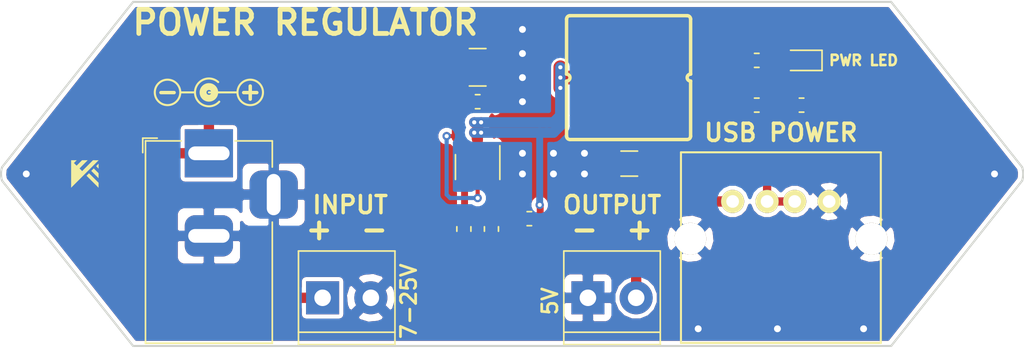
<source format=kicad_pcb>
(kicad_pcb (version 20171130) (host pcbnew 5.0.0-rc2-dev-unknown-r12304-fabbc48b)

  (general
    (thickness 1.6)
    (drawings 21)
    (tracks 102)
    (zones 0)
    (modules 18)
    (nets 9)
  )

  (page A4)
  (layers
    (0 F.Cu signal)
    (31 B.Cu signal)
    (32 B.Adhes user)
    (33 F.Adhes user)
    (34 B.Paste user)
    (35 F.Paste user)
    (36 B.SilkS user)
    (37 F.SilkS user)
    (38 B.Mask user)
    (39 F.Mask user)
    (40 Dwgs.User user)
    (41 Cmts.User user)
    (42 Eco1.User user)
    (43 Eco2.User user)
    (44 Edge.Cuts user)
    (45 Margin user)
    (46 B.CrtYd user)
    (47 F.CrtYd user)
    (48 B.Fab user)
    (49 F.Fab user hide)
  )

  (setup
    (last_trace_width 0.25)
    (user_trace_width 0.25)
    (user_trace_width 0.3)
    (user_trace_width 0.4)
    (user_trace_width 0.5)
    (user_trace_width 0.6)
    (user_trace_width 0.75)
    (user_trace_width 1)
    (user_trace_width 1.25)
    (trace_clearance 0.2)
    (zone_clearance 0.3)
    (zone_45_only no)
    (trace_min 0.2)
    (segment_width 0.2)
    (edge_width 0.15)
    (via_size 0.6)
    (via_drill 0.3)
    (via_min_size 0.6)
    (via_min_drill 0.3)
    (user_via 0.6 0.3)
    (user_via 0.6 0.3)
    (user_via 0.8 0.5)
    (uvia_size 0.3)
    (uvia_drill 0.1)
    (uvias_allowed no)
    (uvia_min_size 0.2)
    (uvia_min_drill 0.1)
    (pcb_text_width 0.3)
    (pcb_text_size 1.5 1.5)
    (mod_edge_width 0.15)
    (mod_text_size 1 1)
    (mod_text_width 0.15)
    (pad_size 1.524 1.524)
    (pad_drill 0.762)
    (pad_to_mask_clearance 0.2)
    (aux_axis_origin 0 0)
    (visible_elements 7FFFFFFF)
    (pcbplotparams
      (layerselection 0x010fc_ffffffff)
      (usegerberextensions false)
      (usegerberattributes false)
      (usegerberadvancedattributes false)
      (creategerberjobfile false)
      (excludeedgelayer true)
      (linewidth 0.100000)
      (plotframeref false)
      (viasonmask false)
      (mode 1)
      (useauxorigin false)
      (hpglpennumber 1)
      (hpglpenspeed 20)
      (hpglpendiameter 15)
      (psnegative false)
      (psa4output false)
      (plotreference true)
      (plotvalue true)
      (plotinvisibletext false)
      (padsonsilk false)
      (subtractmaskfromsilk false)
      (outputformat 1)
      (mirror false)
      (drillshape 0)
      (scaleselection 1)
      (outputdirectory gerber/))
  )

  (net 0 "")
  (net 1 GND)
  (net 2 VIN)
  (net 3 "Net-(C2-Pad1)")
  (net 4 "Net-(C2-Pad2)")
  (net 5 VOUT)
  (net 6 "Net-(R1-Pad2)")
  (net 7 DATA)
  (net 8 "Net-(D1-Pad2)")

  (net_class Default "This is the default net class."
    (clearance 0.2)
    (trace_width 0.25)
    (via_dia 0.6)
    (via_drill 0.3)
    (uvia_dia 0.3)
    (uvia_drill 0.1)
    (add_net DATA)
    (add_net GND)
    (add_net "Net-(C2-Pad1)")
    (add_net "Net-(C2-Pad2)")
    (add_net "Net-(D1-Pad2)")
    (add_net "Net-(R1-Pad2)")
    (add_net VIN)
    (add_net VOUT)
  )

  (module Resistor_SMD:R_0603_1608Metric (layer F.Cu) (tedit 5B9016C8) (tstamp 5B917685)
    (at 121.5 144 270)
    (descr "Resistor SMD 0603 (1608 Metric), square (rectangular) end terminal, IPC_7351 nominal, (Body size source: http://www.tortai-tech.com/upload/download/2011102023233369053.pdf), generated with kicad-footprint-generator")
    (tags resistor)
    (path /5B90E6A3)
    (attr smd)
    (fp_text reference R2 (at 0 -1.43 270) (layer F.SilkS) hide
      (effects (font (size 1 1) (thickness 0.15)))
    )
    (fp_text value 10k (at 0 1.43 270) (layer F.Fab)
      (effects (font (size 1 1) (thickness 0.15)))
    )
    (fp_text user %R (at 0 0 270) (layer F.Fab)
      (effects (font (size 0.4 0.4) (thickness 0.06)))
    )
    (fp_line (start 1.48 0.73) (end -1.48 0.73) (layer F.CrtYd) (width 0.05))
    (fp_line (start 1.48 -0.73) (end 1.48 0.73) (layer F.CrtYd) (width 0.05))
    (fp_line (start -1.48 -0.73) (end 1.48 -0.73) (layer F.CrtYd) (width 0.05))
    (fp_line (start -1.48 0.73) (end -1.48 -0.73) (layer F.CrtYd) (width 0.05))
    (fp_line (start -0.162779 0.51) (end 0.162779 0.51) (layer F.SilkS) (width 0.12))
    (fp_line (start -0.162779 -0.51) (end 0.162779 -0.51) (layer F.SilkS) (width 0.12))
    (fp_line (start 0.8 0.4) (end -0.8 0.4) (layer F.Fab) (width 0.1))
    (fp_line (start 0.8 -0.4) (end 0.8 0.4) (layer F.Fab) (width 0.1))
    (fp_line (start -0.8 -0.4) (end 0.8 -0.4) (layer F.Fab) (width 0.1))
    (fp_line (start -0.8 0.4) (end -0.8 -0.4) (layer F.Fab) (width 0.1))
    (pad 2 smd roundrect (at 0.7875 0 270) (size 0.875 0.95) (layers F.Cu F.Paste F.Mask)(roundrect_rratio 0.25)
      (net 1 GND))
    (pad 1 smd roundrect (at -0.7875 0 270) (size 0.875 0.95) (layers F.Cu F.Paste F.Mask)(roundrect_rratio 0.25)
      (net 6 "Net-(R1-Pad2)"))
    (model ${KISYS3DMOD}/Resistor_SMD.3dshapes/R_0603_1608Metric.wrl
      (at (xyz 0 0 0))
      (scale (xyz 1 1 1))
      (rotate (xyz 0 0 0))
    )
  )

  (module Resistor_SMD:R_0603_1608Metric (layer F.Cu) (tedit 5B90146D) (tstamp 5B9003A9)
    (at 146 135)
    (descr "Resistor SMD 0603 (1608 Metric), square (rectangular) end terminal, IPC_7351 nominal, (Body size source: http://www.tortai-tech.com/upload/download/2011102023233369053.pdf), generated with kicad-footprint-generator")
    (tags resistor)
    (path /5B918567)
    (attr smd)
    (fp_text reference R4 (at 0 -1.43) (layer F.SilkS) hide
      (effects (font (size 1 1) (thickness 0.15)))
    )
    (fp_text value 1k (at 0 1.43) (layer F.Fab)
      (effects (font (size 1 1) (thickness 0.15)))
    )
    (fp_text user %R (at 0 0) (layer F.Fab)
      (effects (font (size 0.4 0.4) (thickness 0.06)))
    )
    (fp_line (start 1.48 0.73) (end -1.48 0.73) (layer F.CrtYd) (width 0.05))
    (fp_line (start 1.48 -0.73) (end 1.48 0.73) (layer F.CrtYd) (width 0.05))
    (fp_line (start -1.48 -0.73) (end 1.48 -0.73) (layer F.CrtYd) (width 0.05))
    (fp_line (start -1.48 0.73) (end -1.48 -0.73) (layer F.CrtYd) (width 0.05))
    (fp_line (start -0.162779 0.51) (end 0.162779 0.51) (layer F.SilkS) (width 0.12))
    (fp_line (start -0.162779 -0.51) (end 0.162779 -0.51) (layer F.SilkS) (width 0.12))
    (fp_line (start 0.8 0.4) (end -0.8 0.4) (layer F.Fab) (width 0.1))
    (fp_line (start 0.8 -0.4) (end 0.8 0.4) (layer F.Fab) (width 0.1))
    (fp_line (start -0.8 -0.4) (end 0.8 -0.4) (layer F.Fab) (width 0.1))
    (fp_line (start -0.8 0.4) (end -0.8 -0.4) (layer F.Fab) (width 0.1))
    (pad 2 smd roundrect (at 0.7875 0) (size 0.875 0.95) (layers F.Cu F.Paste F.Mask)(roundrect_rratio 0.25)
      (net 1 GND))
    (pad 1 smd roundrect (at -0.7875 0) (size 0.875 0.95) (layers F.Cu F.Paste F.Mask)(roundrect_rratio 0.25)
      (net 7 DATA))
    (model ${KISYS3DMOD}/Resistor_SMD.3dshapes/R_0603_1608Metric.wrl
      (at (xyz 0 0 0))
      (scale (xyz 1 1 1))
      (rotate (xyz 0 0 0))
    )
  )

  (module Resistor_SMD:R_0603_1608Metric (layer F.Cu) (tedit 5B90168F) (tstamp 5B917104)
    (at 123.5 144 90)
    (descr "Resistor SMD 0603 (1608 Metric), square (rectangular) end terminal, IPC_7351 nominal, (Body size source: http://www.tortai-tech.com/upload/download/2011102023233369053.pdf), generated with kicad-footprint-generator")
    (tags resistor)
    (path /5B90E611)
    (attr smd)
    (fp_text reference R1 (at 0 -1.43 90) (layer F.SilkS) hide
      (effects (font (size 1 1) (thickness 0.15)))
    )
    (fp_text value 56.2k (at 0 1.43 90) (layer F.Fab)
      (effects (font (size 1 1) (thickness 0.15)))
    )
    (fp_line (start -0.8 0.4) (end -0.8 -0.4) (layer F.Fab) (width 0.1))
    (fp_line (start -0.8 -0.4) (end 0.8 -0.4) (layer F.Fab) (width 0.1))
    (fp_line (start 0.8 -0.4) (end 0.8 0.4) (layer F.Fab) (width 0.1))
    (fp_line (start 0.8 0.4) (end -0.8 0.4) (layer F.Fab) (width 0.1))
    (fp_line (start -0.162779 -0.51) (end 0.162779 -0.51) (layer F.SilkS) (width 0.12))
    (fp_line (start -0.162779 0.51) (end 0.162779 0.51) (layer F.SilkS) (width 0.12))
    (fp_line (start -1.48 0.73) (end -1.48 -0.73) (layer F.CrtYd) (width 0.05))
    (fp_line (start -1.48 -0.73) (end 1.48 -0.73) (layer F.CrtYd) (width 0.05))
    (fp_line (start 1.48 -0.73) (end 1.48 0.73) (layer F.CrtYd) (width 0.05))
    (fp_line (start 1.48 0.73) (end -1.48 0.73) (layer F.CrtYd) (width 0.05))
    (fp_text user %R (at 0 0 90) (layer F.Fab)
      (effects (font (size 0.4 0.4) (thickness 0.06)))
    )
    (pad 1 smd roundrect (at -0.7875 0 90) (size 0.875 0.95) (layers F.Cu F.Paste F.Mask)(roundrect_rratio 0.25)
      (net 5 VOUT))
    (pad 2 smd roundrect (at 0.7875 0 90) (size 0.875 0.95) (layers F.Cu F.Paste F.Mask)(roundrect_rratio 0.25)
      (net 6 "Net-(R1-Pad2)"))
    (model ${KISYS3DMOD}/Resistor_SMD.3dshapes/R_0603_1608Metric.wrl
      (at (xyz 0 0 0))
      (scale (xyz 1 1 1))
      (rotate (xyz 0 0 0))
    )
  )

  (module Capacitor_SMD:C_0603_1608Metric (layer F.Cu) (tedit 5B90163D) (tstamp 5B9002F6)
    (at 122.5 134.75)
    (descr "Capacitor SMD 0603 (1608 Metric), square (rectangular) end terminal, IPC_7351 nominal, (Body size source: http://www.tortai-tech.com/upload/download/2011102023233369053.pdf), generated with kicad-footprint-generator")
    (tags capacitor)
    (path /5B9126A3)
    (attr smd)
    (fp_text reference C4 (at 0 -1.43) (layer F.SilkS) hide
      (effects (font (size 1 1) (thickness 0.15)))
    )
    (fp_text value 0.1uF (at 0 1.43) (layer F.Fab)
      (effects (font (size 1 1) (thickness 0.15)))
    )
    (fp_text user %R (at 0 0) (layer F.Fab)
      (effects (font (size 0.4 0.4) (thickness 0.06)))
    )
    (fp_line (start 1.48 0.73) (end -1.48 0.73) (layer F.CrtYd) (width 0.05))
    (fp_line (start 1.48 -0.73) (end 1.48 0.73) (layer F.CrtYd) (width 0.05))
    (fp_line (start -1.48 -0.73) (end 1.48 -0.73) (layer F.CrtYd) (width 0.05))
    (fp_line (start -1.48 0.73) (end -1.48 -0.73) (layer F.CrtYd) (width 0.05))
    (fp_line (start -0.162779 0.51) (end 0.162779 0.51) (layer F.SilkS) (width 0.12))
    (fp_line (start -0.162779 -0.51) (end 0.162779 -0.51) (layer F.SilkS) (width 0.12))
    (fp_line (start 0.8 0.4) (end -0.8 0.4) (layer F.Fab) (width 0.1))
    (fp_line (start 0.8 -0.4) (end 0.8 0.4) (layer F.Fab) (width 0.1))
    (fp_line (start -0.8 -0.4) (end 0.8 -0.4) (layer F.Fab) (width 0.1))
    (fp_line (start -0.8 0.4) (end -0.8 -0.4) (layer F.Fab) (width 0.1))
    (pad 2 smd roundrect (at 0.7875 0) (size 0.875 0.95) (layers F.Cu F.Paste F.Mask)(roundrect_rratio 0.25)
      (net 1 GND))
    (pad 1 smd roundrect (at -0.7875 0) (size 0.875 0.95) (layers F.Cu F.Paste F.Mask)(roundrect_rratio 0.25)
      (net 2 VIN))
    (model ${KISYS3DMOD}/Capacitor_SMD.3dshapes/C_0603_1608Metric.wrl
      (at (xyz 0 0 0))
      (scale (xyz 1 1 1))
      (rotate (xyz 0 0 0))
    )
  )

  (module GiraffeTech-Inductor:BOURNS_SRN8040 (layer F.Cu) (tedit 5B9014A1) (tstamp 5B900365)
    (at 133.45 133)
    (path /5B90DF35)
    (fp_text reference L1 (at 0 -5.75) (layer F.SilkS) hide
      (effects (font (size 1 1) (thickness 0.15)))
    )
    (fp_text value 3.3uH (at 0 6) (layer F.Fab)
      (effects (font (size 1 1) (thickness 0.15)))
    )
    (fp_line (start -4.5 -4.25) (end -4.5 -0.25) (layer F.SilkS) (width 0.25))
    (fp_line (start 4.5 -4.25) (end 4.5 -0.25) (layer F.SilkS) (width 0.25))
    (fp_line (start -4.25 -4.5) (end 4.25 -4.5) (layer F.SilkS) (width 0.25))
    (fp_line (start -4.25 4.5) (end 4.25 4.5) (layer F.SilkS) (width 0.25))
    (fp_arc (start -4.5 0) (end -4.5 0.25) (angle -180) (layer F.SilkS) (width 0.25))
    (fp_line (start -4.5 0.25) (end -4.5 4.25) (layer F.SilkS) (width 0.25))
    (fp_arc (start 4.5 0) (end 4.5 -0.25) (angle -180) (layer F.SilkS) (width 0.25))
    (fp_line (start 4.5 0.25) (end 4.5 4.25) (layer F.SilkS) (width 0.25))
    (fp_arc (start -4.25 4.25) (end -4.5 4.25) (angle -90) (layer F.SilkS) (width 0.25))
    (fp_arc (start 4.25 4.25) (end 4.25 4.5) (angle -90) (layer F.SilkS) (width 0.25))
    (fp_arc (start 4.25 -4.25) (end 4.5 -4.25) (angle -90) (layer F.SilkS) (width 0.25))
    (fp_arc (start -4.25 -4.25) (end -4.25 -4.5) (angle -90) (layer F.SilkS) (width 0.25))
    (pad 1 smd rect (at -2.8 0) (size 2.6 8.2) (layers F.Cu F.Paste F.Mask)
      (net 3 "Net-(C2-Pad1)"))
    (pad 2 smd rect (at 2.8 0) (size 2.6 8.2) (layers F.Cu F.Paste F.Mask)
      (net 5 VOUT))
  )

  (module Resistor_SMD:R_0603_1608Metric (layer F.Cu) (tedit 5B90146A) (tstamp 5B900398)
    (at 142.75 135)
    (descr "Resistor SMD 0603 (1608 Metric), square (rectangular) end terminal, IPC_7351 nominal, (Body size source: http://www.tortai-tech.com/upload/download/2011102023233369053.pdf), generated with kicad-footprint-generator")
    (tags resistor)
    (path /5B918533)
    (attr smd)
    (fp_text reference R3 (at 0 -1.43) (layer F.SilkS) hide
      (effects (font (size 1 1) (thickness 0.15)))
    )
    (fp_text value 1k (at 0 1.43) (layer F.Fab)
      (effects (font (size 1 1) (thickness 0.15)))
    )
    (fp_line (start -0.8 0.4) (end -0.8 -0.4) (layer F.Fab) (width 0.1))
    (fp_line (start -0.8 -0.4) (end 0.8 -0.4) (layer F.Fab) (width 0.1))
    (fp_line (start 0.8 -0.4) (end 0.8 0.4) (layer F.Fab) (width 0.1))
    (fp_line (start 0.8 0.4) (end -0.8 0.4) (layer F.Fab) (width 0.1))
    (fp_line (start -0.162779 -0.51) (end 0.162779 -0.51) (layer F.SilkS) (width 0.12))
    (fp_line (start -0.162779 0.51) (end 0.162779 0.51) (layer F.SilkS) (width 0.12))
    (fp_line (start -1.48 0.73) (end -1.48 -0.73) (layer F.CrtYd) (width 0.05))
    (fp_line (start -1.48 -0.73) (end 1.48 -0.73) (layer F.CrtYd) (width 0.05))
    (fp_line (start 1.48 -0.73) (end 1.48 0.73) (layer F.CrtYd) (width 0.05))
    (fp_line (start 1.48 0.73) (end -1.48 0.73) (layer F.CrtYd) (width 0.05))
    (fp_text user %R (at 0 0) (layer F.Fab)
      (effects (font (size 0.4 0.4) (thickness 0.06)))
    )
    (pad 1 smd roundrect (at -0.7875 0) (size 0.875 0.95) (layers F.Cu F.Paste F.Mask)(roundrect_rratio 0.25)
      (net 5 VOUT))
    (pad 2 smd roundrect (at 0.7875 0) (size 0.875 0.95) (layers F.Cu F.Paste F.Mask)(roundrect_rratio 0.25)
      (net 7 DATA))
    (model ${KISYS3DMOD}/Resistor_SMD.3dshapes/R_0603_1608Metric.wrl
      (at (xyz 0 0 0))
      (scale (xyz 1 1 1))
      (rotate (xyz 0 0 0))
    )
  )

  (module Capacitor_SMD:C_1206_3216Metric (layer F.Cu) (tedit 5B901722) (tstamp 5B9002E5)
    (at 133.5 139.25 180)
    (descr "Capacitor SMD 1206 (3216 Metric), square (rectangular) end terminal, IPC_7351 nominal, (Body size source: http://www.tortai-tech.com/upload/download/2011102023233369053.pdf), generated with kicad-footprint-generator")
    (tags capacitor)
    (path /5B90DACE)
    (attr smd)
    (fp_text reference C3 (at 0 -1.82 180) (layer F.SilkS) hide
      (effects (font (size 1 1) (thickness 0.15)))
    )
    (fp_text value 47uF (at 0 1.82 180) (layer F.Fab)
      (effects (font (size 1 1) (thickness 0.15)))
    )
    (fp_line (start -1.6 0.8) (end -1.6 -0.8) (layer F.Fab) (width 0.1))
    (fp_line (start -1.6 -0.8) (end 1.6 -0.8) (layer F.Fab) (width 0.1))
    (fp_line (start 1.6 -0.8) (end 1.6 0.8) (layer F.Fab) (width 0.1))
    (fp_line (start 1.6 0.8) (end -1.6 0.8) (layer F.Fab) (width 0.1))
    (fp_line (start -0.602064 -0.91) (end 0.602064 -0.91) (layer F.SilkS) (width 0.12))
    (fp_line (start -0.602064 0.91) (end 0.602064 0.91) (layer F.SilkS) (width 0.12))
    (fp_line (start -2.28 1.12) (end -2.28 -1.12) (layer F.CrtYd) (width 0.05))
    (fp_line (start -2.28 -1.12) (end 2.28 -1.12) (layer F.CrtYd) (width 0.05))
    (fp_line (start 2.28 -1.12) (end 2.28 1.12) (layer F.CrtYd) (width 0.05))
    (fp_line (start 2.28 1.12) (end -2.28 1.12) (layer F.CrtYd) (width 0.05))
    (fp_text user %R (at 0 0 180) (layer F.Fab)
      (effects (font (size 0.8 0.8) (thickness 0.12)))
    )
    (pad 1 smd roundrect (at -1.4 0 180) (size 1.25 1.75) (layers F.Cu F.Paste F.Mask)(roundrect_rratio 0.2)
      (net 5 VOUT))
    (pad 2 smd roundrect (at 1.4 0 180) (size 1.25 1.75) (layers F.Cu F.Paste F.Mask)(roundrect_rratio 0.2)
      (net 1 GND))
    (model ${KISYS3DMOD}/Capacitor_SMD.3dshapes/C_1206_3216Metric.wrl
      (at (xyz 0 0 0))
      (scale (xyz 1 1 1))
      (rotate (xyz 0 0 0))
    )
  )

  (module GiraffeTech-Utility:MakerPlayground_logo_2x2mm (layer F.Cu) (tedit 0) (tstamp 5BA755DA)
    (at 94 140)
    (fp_text reference G*** (at 0 0) (layer F.SilkS) hide
      (effects (font (size 1.524 1.524) (thickness 0.3)))
    )
    (fp_text value LOGO (at 0.75 0) (layer F.SilkS) hide
      (effects (font (size 1.524 1.524) (thickness 0.3)))
    )
    (fp_poly (pts (xy 0.992188 -0.564543) (xy 0.992164 -0.528929) (xy 0.992097 -0.495895) (xy 0.991991 -0.466261)
      (xy 0.991852 -0.440843) (xy 0.991684 -0.420459) (xy 0.991492 -0.405926) (xy 0.991282 -0.398062)
      (xy 0.99116 -0.396875) (xy 0.988207 -0.399571) (xy 0.980351 -0.407199) (xy 0.968291 -0.419067)
      (xy 0.952725 -0.434484) (xy 0.934354 -0.452758) (xy 0.913876 -0.4732) (xy 0.906847 -0.480231)
      (xy 0.823563 -0.563586) (xy 0.907875 -0.647899) (xy 0.992188 -0.732211) (xy 0.992188 -0.564543)) (layer F.SilkS) (width 0.01))
    (fp_poly (pts (xy 0.992272 -0.049513) (xy 0.991238 0.124084) (xy 0.990203 0.297682) (xy 0.731231 0.038685)
      (xy 0.472259 -0.220311) (xy 0.559597 -0.307581) (xy 0.646934 -0.394851) (xy 0.992272 -0.049513)) (layer F.SilkS) (width 0.01))
    (fp_poly (pts (xy 0.306845 -0.036934) (xy 0.315366 -0.028902) (xy 0.328804 -0.015931) (xy 0.346812 0.001638)
      (xy 0.369045 0.023463) (xy 0.39516 0.049204) (xy 0.424812 0.078521) (xy 0.457655 0.111071)
      (xy 0.493344 0.146515) (xy 0.531535 0.184511) (xy 0.571883 0.224719) (xy 0.614044 0.266798)
      (xy 0.649934 0.302669) (xy 0.992273 0.645025) (xy 0.990203 0.990203) (xy 0.559594 0.560703)
      (xy 0.128984 0.131202) (xy 0.214278 0.045757) (xy 0.235683 0.024442) (xy 0.255382 0.005068)
      (xy 0.272657 -0.011676) (xy 0.28679 -0.025103) (xy 0.297063 -0.034528) (xy 0.302757 -0.039261)
      (xy 0.303583 -0.039687) (xy 0.306845 -0.036934)) (layer F.SilkS) (width 0.01))
    (fp_poly (pts (xy 0.790777 -0.991434) (xy 0.988227 -0.990203) (xy -0.992187 0.990197) (xy -0.992187 -0.992187)
      (xy -0.601395 -0.992187) (xy -0.646963 -0.945555) (xy -0.665935 -0.926151) (xy -0.688266 -0.903332)
      (xy -0.711752 -0.879346) (xy -0.734194 -0.856442) (xy -0.745114 -0.845303) (xy -0.797697 -0.791685)
      (xy -0.698482 -0.692529) (xy -0.599266 -0.593373) (xy -0.399829 -0.79278) (xy -0.200393 -0.992187)
      (xy 0.195473 -0.992187) (xy -0.099139 -0.695955) (xy -0.39375 -0.399723) (xy -0.194618 -0.200591)
      (xy 0.199355 -0.596628) (xy 0.593328 -0.992663) (xy 0.790777 -0.991434)) (layer F.SilkS) (width 0.01))
  )

  (module Symbol:Symbol_Barrel_Polarity (layer F.Cu) (tedit 5765E9A7) (tstamp 5BA77BA3)
    (at 103 134)
    (descr "Barrel connector polarity indicator")
    (tags "barrel polarity")
    (attr virtual)
    (fp_text reference REF** (at 0 -2) (layer F.SilkS) hide
      (effects (font (size 1 1) (thickness 0.15)))
    )
    (fp_text value Symbol_Barrel_Polarity (at 0 2) (layer F.Fab)
      (effects (font (size 1 1) (thickness 0.15)))
    )
    (fp_arc (start 0 0.075) (end 0.75 0.75) (angle 270) (layer F.SilkS) (width 0.15))
    (fp_circle (center 0 0.075) (end 0 0.25) (layer F.SilkS) (width 0.5))
    (fp_circle (center 3 0.075) (end 3 1) (layer F.SilkS) (width 0.15))
    (fp_circle (center -3 0.075) (end -3 1) (layer F.SilkS) (width 0.15))
    (fp_line (start -2 0.075) (end -1.1 0.075) (layer F.SilkS) (width 0.15))
    (fp_line (start 0 0.075) (end 2 0.075) (layer F.SilkS) (width 0.15))
  )

  (module Capacitor_SMD:C_1210_3225Metric (layer F.Cu) (tedit 5B90163B) (tstamp 5B9002C3)
    (at 122.5 132.25)
    (descr "Capacitor SMD 1210 (3225 Metric), square (rectangular) end terminal, IPC_7351 nominal, (Body size source: http://www.tortai-tech.com/upload/download/2011102023233369053.pdf), generated with kicad-footprint-generator")
    (tags capacitor)
    (path /5B90D92C)
    (attr smd)
    (fp_text reference C1 (at 0 -2.28) (layer F.SilkS) hide
      (effects (font (size 1 1) (thickness 0.15)))
    )
    (fp_text value 22uF (at 0 2.28) (layer F.Fab)
      (effects (font (size 1 1) (thickness 0.15)))
    )
    (fp_line (start -1.6 1.25) (end -1.6 -1.25) (layer F.Fab) (width 0.1))
    (fp_line (start -1.6 -1.25) (end 1.6 -1.25) (layer F.Fab) (width 0.1))
    (fp_line (start 1.6 -1.25) (end 1.6 1.25) (layer F.Fab) (width 0.1))
    (fp_line (start 1.6 1.25) (end -1.6 1.25) (layer F.Fab) (width 0.1))
    (fp_line (start -0.602064 -1.36) (end 0.602064 -1.36) (layer F.SilkS) (width 0.12))
    (fp_line (start -0.602064 1.36) (end 0.602064 1.36) (layer F.SilkS) (width 0.12))
    (fp_line (start -2.28 1.58) (end -2.28 -1.58) (layer F.CrtYd) (width 0.05))
    (fp_line (start -2.28 -1.58) (end 2.28 -1.58) (layer F.CrtYd) (width 0.05))
    (fp_line (start 2.28 -1.58) (end 2.28 1.58) (layer F.CrtYd) (width 0.05))
    (fp_line (start 2.28 1.58) (end -2.28 1.58) (layer F.CrtYd) (width 0.05))
    (fp_text user %R (at 0 0) (layer F.Fab)
      (effects (font (size 0.8 0.8) (thickness 0.12)))
    )
    (pad 1 smd roundrect (at -1.4 0) (size 1.25 2.65) (layers F.Cu F.Paste F.Mask)(roundrect_rratio 0.2)
      (net 2 VIN))
    (pad 2 smd roundrect (at 1.4 0) (size 1.25 2.65) (layers F.Cu F.Paste F.Mask)(roundrect_rratio 0.2)
      (net 1 GND))
    (model ${KISYS3DMOD}/Capacitor_SMD.3dshapes/C_1210_3225Metric.wrl
      (at (xyz 0 0 0))
      (scale (xyz 1 1 1))
      (rotate (xyz 0 0 0))
    )
  )

  (module Capacitor_SMD:C_0603_1608Metric (layer F.Cu) (tedit 5B901671) (tstamp 5B917546)
    (at 126.25 143.25 180)
    (descr "Capacitor SMD 0603 (1608 Metric), square (rectangular) end terminal, IPC_7351 nominal, (Body size source: http://www.tortai-tech.com/upload/download/2011102023233369053.pdf), generated with kicad-footprint-generator")
    (tags capacitor)
    (path /5B90D9F3)
    (attr smd)
    (fp_text reference C2 (at 0 -1.43 180) (layer F.SilkS) hide
      (effects (font (size 1 1) (thickness 0.15)))
    )
    (fp_text value 0.1uF (at 0 1.43 180) (layer F.Fab)
      (effects (font (size 1 1) (thickness 0.15)))
    )
    (fp_line (start -0.8 0.4) (end -0.8 -0.4) (layer F.Fab) (width 0.1))
    (fp_line (start -0.8 -0.4) (end 0.8 -0.4) (layer F.Fab) (width 0.1))
    (fp_line (start 0.8 -0.4) (end 0.8 0.4) (layer F.Fab) (width 0.1))
    (fp_line (start 0.8 0.4) (end -0.8 0.4) (layer F.Fab) (width 0.1))
    (fp_line (start -0.162779 -0.51) (end 0.162779 -0.51) (layer F.SilkS) (width 0.12))
    (fp_line (start -0.162779 0.51) (end 0.162779 0.51) (layer F.SilkS) (width 0.12))
    (fp_line (start -1.48 0.73) (end -1.48 -0.73) (layer F.CrtYd) (width 0.05))
    (fp_line (start -1.48 -0.73) (end 1.48 -0.73) (layer F.CrtYd) (width 0.05))
    (fp_line (start 1.48 -0.73) (end 1.48 0.73) (layer F.CrtYd) (width 0.05))
    (fp_line (start 1.48 0.73) (end -1.48 0.73) (layer F.CrtYd) (width 0.05))
    (fp_text user %R (at 0 0 180) (layer F.Fab)
      (effects (font (size 0.4 0.4) (thickness 0.06)))
    )
    (pad 1 smd roundrect (at -0.7875 0 180) (size 0.875 0.95) (layers F.Cu F.Paste F.Mask)(roundrect_rratio 0.25)
      (net 3 "Net-(C2-Pad1)"))
    (pad 2 smd roundrect (at 0.7875 0 180) (size 0.875 0.95) (layers F.Cu F.Paste F.Mask)(roundrect_rratio 0.25)
      (net 4 "Net-(C2-Pad2)"))
    (model ${KISYS3DMOD}/Capacitor_SMD.3dshapes/C_0603_1608Metric.wrl
      (at (xyz 0 0 0))
      (scale (xyz 1 1 1))
      (rotate (xyz 0 0 0))
    )
  )

  (module Resistor_SMD:R_0603_1608Metric (layer F.Cu) (tedit 5B90172F) (tstamp 5BA74892)
    (at 142.75 131.75)
    (descr "Resistor SMD 0603 (1608 Metric), square (rectangular) end terminal, IPC_7351 nominal, (Body size source: http://www.tortai-tech.com/upload/download/2011102023233369053.pdf), generated with kicad-footprint-generator")
    (tags resistor)
    (path /5B9072AB)
    (attr smd)
    (fp_text reference R5 (at 0 -1.43) (layer F.SilkS) hide
      (effects (font (size 1 1) (thickness 0.15)))
    )
    (fp_text value 1k (at 0 1.43) (layer F.Fab)
      (effects (font (size 1 1) (thickness 0.15)))
    )
    (fp_line (start -0.8 0.4) (end -0.8 -0.4) (layer F.Fab) (width 0.1))
    (fp_line (start -0.8 -0.4) (end 0.8 -0.4) (layer F.Fab) (width 0.1))
    (fp_line (start 0.8 -0.4) (end 0.8 0.4) (layer F.Fab) (width 0.1))
    (fp_line (start 0.8 0.4) (end -0.8 0.4) (layer F.Fab) (width 0.1))
    (fp_line (start -0.162779 -0.51) (end 0.162779 -0.51) (layer F.SilkS) (width 0.12))
    (fp_line (start -0.162779 0.51) (end 0.162779 0.51) (layer F.SilkS) (width 0.12))
    (fp_line (start -1.48 0.73) (end -1.48 -0.73) (layer F.CrtYd) (width 0.05))
    (fp_line (start -1.48 -0.73) (end 1.48 -0.73) (layer F.CrtYd) (width 0.05))
    (fp_line (start 1.48 -0.73) (end 1.48 0.73) (layer F.CrtYd) (width 0.05))
    (fp_line (start 1.48 0.73) (end -1.48 0.73) (layer F.CrtYd) (width 0.05))
    (fp_text user %R (at 0 0) (layer F.Fab)
      (effects (font (size 0.4 0.4) (thickness 0.06)))
    )
    (pad 1 smd roundrect (at -0.7875 0) (size 0.875 0.95) (layers F.Cu F.Paste F.Mask)(roundrect_rratio 0.25)
      (net 5 VOUT))
    (pad 2 smd roundrect (at 0.7875 0) (size 0.875 0.95) (layers F.Cu F.Paste F.Mask)(roundrect_rratio 0.25)
      (net 8 "Net-(D1-Pad2)"))
    (model ${KISYS3DMOD}/Resistor_SMD.3dshapes/R_0603_1608Metric.wrl
      (at (xyz 0 0 0))
      (scale (xyz 1 1 1))
      (rotate (xyz 0 0 0))
    )
  )

  (module Package_TO_SOT_SMD:SOT-23-6 (layer F.Cu) (tedit 5B90149E) (tstamp 5B901685)
    (at 122.5 139.5 270)
    (descr "6-pin SOT-23 package")
    (tags SOT-23-6)
    (path /5B90D7BC)
    (attr smd)
    (fp_text reference U1 (at 0 -2.9 270) (layer F.SilkS) hide
      (effects (font (size 1 1) (thickness 0.15)))
    )
    (fp_text value TPS563200 (at 0 2.9 270) (layer F.Fab)
      (effects (font (size 1 1) (thickness 0.15)))
    )
    (fp_text user %R (at 0 0) (layer F.Fab)
      (effects (font (size 0.5 0.5) (thickness 0.075)))
    )
    (fp_line (start -0.9 1.61) (end 0.9 1.61) (layer F.SilkS) (width 0.12))
    (fp_line (start 0.9 -1.61) (end -1.55 -1.61) (layer F.SilkS) (width 0.12))
    (fp_line (start 1.9 -1.8) (end -1.9 -1.8) (layer F.CrtYd) (width 0.05))
    (fp_line (start 1.9 1.8) (end 1.9 -1.8) (layer F.CrtYd) (width 0.05))
    (fp_line (start -1.9 1.8) (end 1.9 1.8) (layer F.CrtYd) (width 0.05))
    (fp_line (start -1.9 -1.8) (end -1.9 1.8) (layer F.CrtYd) (width 0.05))
    (fp_line (start -0.9 -0.9) (end -0.25 -1.55) (layer F.Fab) (width 0.1))
    (fp_line (start 0.9 -1.55) (end -0.25 -1.55) (layer F.Fab) (width 0.1))
    (fp_line (start -0.9 -0.9) (end -0.9 1.55) (layer F.Fab) (width 0.1))
    (fp_line (start 0.9 1.55) (end -0.9 1.55) (layer F.Fab) (width 0.1))
    (fp_line (start 0.9 -1.55) (end 0.9 1.55) (layer F.Fab) (width 0.1))
    (pad 1 smd rect (at -1.1 -0.95 270) (size 1.06 0.65) (layers F.Cu F.Paste F.Mask)
      (net 1 GND))
    (pad 2 smd rect (at -1.1 0 270) (size 1.06 0.65) (layers F.Cu F.Paste F.Mask)
      (net 3 "Net-(C2-Pad1)"))
    (pad 3 smd rect (at -1.1 0.95 270) (size 1.06 0.65) (layers F.Cu F.Paste F.Mask)
      (net 2 VIN))
    (pad 4 smd rect (at 1.1 0.95 270) (size 1.06 0.65) (layers F.Cu F.Paste F.Mask)
      (net 6 "Net-(R1-Pad2)"))
    (pad 6 smd rect (at 1.1 -0.95 270) (size 1.06 0.65) (layers F.Cu F.Paste F.Mask)
      (net 4 "Net-(C2-Pad2)"))
    (pad 5 smd rect (at 1.1 0 270) (size 1.06 0.65) (layers F.Cu F.Paste F.Mask)
      (net 2 VIN))
    (model ${KISYS3DMOD}/Package_TO_SOT_SMD.3dshapes/SOT-23-6.wrl
      (at (xyz 0 0 0))
      (scale (xyz 1 1 1))
      (rotate (xyz 0 0 0))
    )
  )

  (module LED_SMD:LED_0603_1608Metric (layer F.Cu) (tedit 5B90172C) (tstamp 5BA74881)
    (at 146 131.75 180)
    (descr "LED SMD 0603 (1608 Metric), square (rectangular) end terminal, IPC_7351 nominal, (Body size source: http://www.tortai-tech.com/upload/download/2011102023233369053.pdf), generated with kicad-footprint-generator")
    (tags diode)
    (path /5B9055C2)
    (attr smd)
    (fp_text reference D1 (at 0 -1.43 180) (layer F.SilkS) hide
      (effects (font (size 1 1) (thickness 0.15)))
    )
    (fp_text value LED (at 0 1.43 180) (layer F.Fab)
      (effects (font (size 1 1) (thickness 0.15)))
    )
    (fp_line (start 0.8 -0.4) (end -0.5 -0.4) (layer F.Fab) (width 0.1))
    (fp_line (start -0.5 -0.4) (end -0.8 -0.1) (layer F.Fab) (width 0.1))
    (fp_line (start -0.8 -0.1) (end -0.8 0.4) (layer F.Fab) (width 0.1))
    (fp_line (start -0.8 0.4) (end 0.8 0.4) (layer F.Fab) (width 0.1))
    (fp_line (start 0.8 0.4) (end 0.8 -0.4) (layer F.Fab) (width 0.1))
    (fp_line (start 0.8 -0.735) (end -1.485 -0.735) (layer F.SilkS) (width 0.12))
    (fp_line (start -1.485 -0.735) (end -1.485 0.735) (layer F.SilkS) (width 0.12))
    (fp_line (start -1.485 0.735) (end 0.8 0.735) (layer F.SilkS) (width 0.12))
    (fp_line (start -1.48 0.73) (end -1.48 -0.73) (layer F.CrtYd) (width 0.05))
    (fp_line (start -1.48 -0.73) (end 1.48 -0.73) (layer F.CrtYd) (width 0.05))
    (fp_line (start 1.48 -0.73) (end 1.48 0.73) (layer F.CrtYd) (width 0.05))
    (fp_line (start 1.48 0.73) (end -1.48 0.73) (layer F.CrtYd) (width 0.05))
    (fp_text user %R (at 0 0 180) (layer F.Fab)
      (effects (font (size 0.4 0.4) (thickness 0.06)))
    )
    (pad 1 smd roundrect (at -0.7875 0 180) (size 0.875 0.95) (layers F.Cu F.Paste F.Mask)(roundrect_rratio 0.25)
      (net 1 GND))
    (pad 2 smd roundrect (at 0.7875 0 180) (size 0.875 0.95) (layers F.Cu F.Paste F.Mask)(roundrect_rratio 0.25)
      (net 8 "Net-(D1-Pad2)"))
    (model ${KISYS3DMOD}/LED_SMD.3dshapes/LED_0603_1608Metric.wrl
      (at (xyz 0 0 0))
      (scale (xyz 1 1 1))
      (rotate (xyz 0 0 0))
    )
  )

  (module GiraffeTech-Connector:TerminalBlock_Dinkle_ED350V_1x02_P3.50mm_Horizontal (layer F.Cu) (tedit 5B90135C) (tstamp 5B90030A)
    (at 113 149)
    (path /5B9101CE)
    (fp_text reference J1 (at 0 5) (layer F.SilkS) hide
      (effects (font (size 1 1) (thickness 0.15)))
    )
    (fp_text value Screw_Terminal_01x02 (at 0 -5) (layer F.Fab)
      (effects (font (size 1 1) (thickness 0.15)))
    )
    (fp_line (start -3.5 -3.4) (end 3.5 -3.4) (layer F.SilkS) (width 0.12))
    (fp_line (start 3.5 -3.4) (end 3.5 3.4) (layer F.SilkS) (width 0.12))
    (fp_line (start 3.5 3.4) (end -3.5 3.4) (layer F.SilkS) (width 0.12))
    (fp_line (start -3.5 3.4) (end -3.5 -3.4) (layer F.SilkS) (width 0.12))
    (fp_line (start -3.5 -3.5) (end 3.5 -3.5) (layer F.CrtYd) (width 0.05))
    (fp_line (start 3.5 -3.5) (end 3.5 3.5) (layer F.CrtYd) (width 0.05))
    (fp_line (start 3.5 3.5) (end -3.5 3.5) (layer F.CrtYd) (width 0.05))
    (fp_line (start -3.5 3.5) (end -3.5 -3.5) (layer F.CrtYd) (width 0.05))
    (fp_line (start -3.5 2.5) (end 3.5 2.5) (layer F.SilkS) (width 0.12))
    (fp_text user %R (at 0 -2) (layer F.Fab)
      (effects (font (size 1 1) (thickness 0.15)))
    )
    (fp_line (start -3.5 -3.5) (end 3.5 -3.5) (layer F.Fab) (width 0.12))
    (fp_line (start 3.5 -3.5) (end 3.5 3.5) (layer F.Fab) (width 0.12))
    (fp_line (start 3.5 3.5) (end -3.5 3.5) (layer F.Fab) (width 0.12))
    (fp_line (start -3.5 3.5) (end -3.5 -3.5) (layer F.Fab) (width 0.12))
    (pad 1 thru_hole rect (at -1.75 0) (size 2.4 2.4) (drill 1.2) (layers *.Cu *.Mask)
      (net 2 VIN))
    (pad 2 thru_hole circle (at 1.75 0) (size 2.4 2.4) (drill 1.2) (layers *.Cu *.Mask)
      (net 1 GND))
  )

  (module Connector_BarrelJack:BarrelJack_Horizontal (layer F.Cu) (tedit 5B901359) (tstamp 5B90032D)
    (at 103 138.5 90)
    (descr "DC Barrel Jack")
    (tags "Power Jack")
    (path /5B91007A)
    (fp_text reference J2 (at -8.45 5.75 90) (layer F.SilkS) hide
      (effects (font (size 1 1) (thickness 0.15)))
    )
    (fp_text value Barrel_Jack_Switch (at -6.2 -5.5 90) (layer F.Fab)
      (effects (font (size 1 1) (thickness 0.15)))
    )
    (fp_text user %R (at -3 -2.95 90) (layer F.Fab)
      (effects (font (size 1 1) (thickness 0.15)))
    )
    (fp_line (start -0.003213 -4.505425) (end 0.8 -3.75) (layer F.Fab) (width 0.1))
    (fp_line (start 1.1 -3.75) (end 1.1 -4.8) (layer F.SilkS) (width 0.12))
    (fp_line (start 0.05 -4.8) (end 1.1 -4.8) (layer F.SilkS) (width 0.12))
    (fp_line (start 1 -4.5) (end 1 -4.75) (layer F.CrtYd) (width 0.05))
    (fp_line (start 1 -4.75) (end -14 -4.75) (layer F.CrtYd) (width 0.05))
    (fp_line (start 1 -4.5) (end 1 -2) (layer F.CrtYd) (width 0.05))
    (fp_line (start 1 -2) (end 2 -2) (layer F.CrtYd) (width 0.05))
    (fp_line (start 2 -2) (end 2 2) (layer F.CrtYd) (width 0.05))
    (fp_line (start 2 2) (end 1 2) (layer F.CrtYd) (width 0.05))
    (fp_line (start 1 2) (end 1 4.75) (layer F.CrtYd) (width 0.05))
    (fp_line (start 1 4.75) (end -1 4.75) (layer F.CrtYd) (width 0.05))
    (fp_line (start -1 4.75) (end -1 6.75) (layer F.CrtYd) (width 0.05))
    (fp_line (start -1 6.75) (end -5 6.75) (layer F.CrtYd) (width 0.05))
    (fp_line (start -5 6.75) (end -5 4.75) (layer F.CrtYd) (width 0.05))
    (fp_line (start -5 4.75) (end -14 4.75) (layer F.CrtYd) (width 0.05))
    (fp_line (start -14 4.75) (end -14 -4.75) (layer F.CrtYd) (width 0.05))
    (fp_line (start -5 4.6) (end -13.8 4.6) (layer F.SilkS) (width 0.12))
    (fp_line (start -13.8 4.6) (end -13.8 -4.6) (layer F.SilkS) (width 0.12))
    (fp_line (start 0.9 1.9) (end 0.9 4.6) (layer F.SilkS) (width 0.12))
    (fp_line (start 0.9 4.6) (end -1 4.6) (layer F.SilkS) (width 0.12))
    (fp_line (start -13.8 -4.6) (end 0.9 -4.6) (layer F.SilkS) (width 0.12))
    (fp_line (start 0.9 -4.6) (end 0.9 -2) (layer F.SilkS) (width 0.12))
    (fp_line (start -10.2 -4.5) (end -10.2 4.5) (layer F.Fab) (width 0.1))
    (fp_line (start -13.7 -4.5) (end -13.7 4.5) (layer F.Fab) (width 0.1))
    (fp_line (start -13.7 4.5) (end 0.8 4.5) (layer F.Fab) (width 0.1))
    (fp_line (start 0.8 4.5) (end 0.8 -3.75) (layer F.Fab) (width 0.1))
    (fp_line (start 0 -4.5) (end -13.7 -4.5) (layer F.Fab) (width 0.1))
    (pad 1 thru_hole rect (at 0 0 90) (size 3.5 3.5) (drill oval 1 3) (layers *.Cu *.Mask)
      (net 2 VIN))
    (pad 2 thru_hole roundrect (at -6 0 90) (size 3 3.5) (drill oval 1 3) (layers *.Cu *.Mask)(roundrect_rratio 0.25)
      (net 1 GND))
    (pad 3 thru_hole roundrect (at -3 4.7 90) (size 3.5 3.5) (drill oval 3 1) (layers *.Cu *.Mask)(roundrect_rratio 0.25)
      (net 1 GND))
    (model ${KISYS3DMOD}/Connector_BarrelJack.3dshapes/BarrelJack_Horizontal.wrl
      (at (xyz 0 0 0))
      (scale (xyz 1 1 1))
      (rotate (xyz 0 0 0))
    )
  )

  (module GiraffeTech-Connector:TerminalBlock_Dinkle_ED350V_1x02_P3.50mm_Horizontal (layer F.Cu) (tedit 5B901340) (tstamp 5B900341)
    (at 132.25 149)
    (path /5B916AAB)
    (fp_text reference J3 (at 0 5) (layer F.SilkS) hide
      (effects (font (size 1 1) (thickness 0.15)))
    )
    (fp_text value Screw_Terminal_01x02 (at 0 -5) (layer F.Fab)
      (effects (font (size 1 1) (thickness 0.15)))
    )
    (fp_line (start -3.5 3.5) (end -3.5 -3.5) (layer F.Fab) (width 0.12))
    (fp_line (start 3.5 3.5) (end -3.5 3.5) (layer F.Fab) (width 0.12))
    (fp_line (start 3.5 -3.5) (end 3.5 3.5) (layer F.Fab) (width 0.12))
    (fp_line (start -3.5 -3.5) (end 3.5 -3.5) (layer F.Fab) (width 0.12))
    (fp_text user %R (at 0 -2) (layer F.Fab)
      (effects (font (size 1 1) (thickness 0.15)))
    )
    (fp_line (start -3.5 2.5) (end 3.5 2.5) (layer F.SilkS) (width 0.12))
    (fp_line (start -3.5 3.5) (end -3.5 -3.5) (layer F.CrtYd) (width 0.05))
    (fp_line (start 3.5 3.5) (end -3.5 3.5) (layer F.CrtYd) (width 0.05))
    (fp_line (start 3.5 -3.5) (end 3.5 3.5) (layer F.CrtYd) (width 0.05))
    (fp_line (start -3.5 -3.5) (end 3.5 -3.5) (layer F.CrtYd) (width 0.05))
    (fp_line (start -3.5 3.4) (end -3.5 -3.4) (layer F.SilkS) (width 0.12))
    (fp_line (start 3.5 3.4) (end -3.5 3.4) (layer F.SilkS) (width 0.12))
    (fp_line (start 3.5 -3.4) (end 3.5 3.4) (layer F.SilkS) (width 0.12))
    (fp_line (start -3.5 -3.4) (end 3.5 -3.4) (layer F.SilkS) (width 0.12))
    (pad 2 thru_hole circle (at 1.75 0) (size 2.4 2.4) (drill 1.2) (layers *.Cu *.Mask)
      (net 5 VOUT))
    (pad 1 thru_hole rect (at -1.75 0) (size 2.4 2.4) (drill 1.2) (layers *.Cu *.Mask)
      (net 1 GND))
  )

  (module GiraffeTech-USB:UE27-AC54-100 (layer F.Cu) (tedit 5B901324) (tstamp 5B900353)
    (at 144.5 142)
    (descr "USB A connector")
    (tags "USB USB_A")
    (path /5B913AD4)
    (fp_text reference J4 (at 0 -4.7) (layer F.SilkS) hide
      (effects (font (size 1 1) (thickness 0.15)))
    )
    (fp_text value USB_A (at 0 11.9) (layer F.Fab)
      (effects (font (size 1 1) (thickness 0.15)))
    )
    (fp_line (start -8.65 10.7) (end -8.65 -3.9) (layer F.CrtYd) (width 0.05))
    (fp_line (start 8.6 -3.9) (end 8.6 10.7) (layer F.CrtYd) (width 0.05))
    (fp_line (start -8.65 10.7) (end 8.6 10.7) (layer F.CrtYd) (width 0.05))
    (fp_line (start -8.65 -3.9) (end 8.6 -3.9) (layer F.CrtYd) (width 0.05))
    (fp_line (start 7.25 -3.57) (end 7.25 10.28) (layer F.SilkS) (width 0.15))
    (fp_line (start -7.25 -3.57) (end -7.25 10.28) (layer F.SilkS) (width 0.15))
    (fp_line (start -7.25 -3.57) (end 7.25 -3.57) (layer F.SilkS) (width 0.15))
    (fp_line (start 7.25 10.28) (end -7.25 10.28) (layer F.SilkS) (width 0.15))
    (pad 4 thru_hole circle (at 3.5 0 270) (size 1.6764 1.6764) (drill 0.92) (layers *.Cu *.Mask F.SilkS)
      (net 1 GND))
    (pad 3 thru_hole circle (at 1 0 270) (size 1.6764 1.6764) (drill 0.92) (layers *.Cu *.Mask F.SilkS)
      (net 7 DATA))
    (pad 2 thru_hole circle (at -1 0) (size 1.6764 1.6764) (drill 0.92) (layers *.Cu *.Mask F.SilkS)
      (net 7 DATA))
    (pad 1 thru_hole circle (at -3.5 0) (size 1.6764 1.6764) (drill 0.92) (layers *.Cu *.Mask F.SilkS)
      (net 5 VOUT))
    (pad 5 thru_hole circle (at 6.57 2.71) (size 2.3 2.3) (drill 2.3) (layers *.Cu *.Mask F.SilkS)
      (net 1 GND))
    (pad 5 thru_hole circle (at -6.57 2.71) (size 2.3 2.3) (drill 2.3) (layers *.Cu *.Mask F.SilkS)
      (net 1 GND))
    (model Connect.3dshapes/USB_A.wrl
      (offset (xyz 3.555999946594238 0 0))
      (scale (xyz 1 1 1))
      (rotate (xyz 0 0 90))
    )
  )

  (gr_line (start 162 139.5) (end 152.5 127.5) (layer Edge.Cuts) (width 0.15))
  (gr_text "PWR LED" (at 150.5 131.75) (layer F.SilkS)
    (effects (font (size 0.75 0.75) (thickness 0.1875)))
  )
  (gr_text 5V (at 127.75 149.25 90) (layer F.SilkS) (tstamp 5BA77CB2)
    (effects (font (size 1.1 1.1) (thickness 0.2)))
  )
  (gr_text 7-25V (at 117.5 149.25 90) (layer F.SilkS) (tstamp 5BA77CA9)
    (effects (font (size 1.1 1.1) (thickness 0.2)))
  )
  (gr_text "USB POWER" (at 144.5 137) (layer F.SilkS)
    (effects (font (size 1.25 1.25) (thickness 0.25)))
  )
  (gr_text "POWER REGULATOR" (at 110 129) (layer F.SilkS)
    (effects (font (size 1.75 1.75) (thickness 0.35)))
  )
  (gr_text + (at 106 134) (layer F.SilkS)
    (effects (font (size 1.25 1.25) (thickness 0.25)))
  )
  (gr_text - (at 100 134) (layer F.SilkS)
    (effects (font (size 1.25 1.25) (thickness 0.25)))
  )
  (gr_text OUTPUT (at 132.25 142.25) (layer F.SilkS) (tstamp 5BA749A4)
    (effects (font (size 1.25 1.25) (thickness 0.25)))
  )
  (gr_text INPUT (at 113.25 142.25) (layer F.SilkS)
    (effects (font (size 1.25 1.25) (thickness 0.25)))
  )
  (gr_text - (at 115 144) (layer F.SilkS) (tstamp 5BA74907)
    (effects (font (size 1.5 1.5) (thickness 0.3)))
  )
  (gr_text + (at 111 144) (layer F.SilkS) (tstamp 5BA74902)
    (effects (font (size 1.5 1.5) (thickness 0.3)))
  )
  (gr_text + (at 134.25 144) (layer F.SilkS) (tstamp 5B917441)
    (effects (font (size 1.5 1.5) (thickness 0.3)))
  )
  (gr_text - (at 130.25 144) (layer F.SilkS)
    (effects (font (size 1.5 1.5) (thickness 0.3)))
  )
  (gr_line (start 152.5 127.5) (end 97.5 127.5) (layer Edge.Cuts) (width 0.15))
  (gr_line (start 97.5 152.5) (end 152.5 152.5) (layer Edge.Cuts) (width 0.15))
  (gr_line (start 88 140.5) (end 97.5 152.5) (layer Edge.Cuts) (width 0.15))
  (gr_line (start 97.5 127.5) (end 88 139.5) (layer Edge.Cuts) (width 0.15))
  (gr_arc (start 89.499999 139.999999) (end 88 139.5) (angle -36.86989765) (layer Edge.Cuts) (width 0.15) (tstamp 5B9012BD))
  (gr_line (start 152.5 152.5) (end 162 140.5) (layer Edge.Cuts) (width 0.15))
  (gr_arc (start 160.5 140) (end 161.999999 140.499999) (angle -36.86989765) (layer Edge.Cuts) (width 0.15))

  (via (at 125.75 140) (size 0.8) (drill 0.5) (layers F.Cu B.Cu) (net 1) (tstamp 5B91797F))
  (via (at 125.75 138.5) (size 0.8) (drill 0.5) (layers F.Cu B.Cu) (net 1) (tstamp 5B91797E))
  (via (at 130.25 140) (size 0.8) (drill 0.5) (layers F.Cu B.Cu) (net 1) (tstamp 5B917903))
  (via (at 128 140) (size 0.8) (drill 0.5) (layers F.Cu B.Cu) (net 1) (tstamp 5B917902))
  (via (at 130.25 138.5) (size 0.8) (drill 0.5) (layers F.Cu B.Cu) (net 1) (tstamp 5B9178FD))
  (via (at 128 138.5) (size 0.8) (drill 0.5) (layers F.Cu B.Cu) (net 1) (tstamp 5B9178FC))
  (via (at 125.75 129.5) (size 0.8) (drill 0.5) (layers F.Cu B.Cu) (net 1) (tstamp 5B9178F7))
  (via (at 125.75 134.75) (size 0.8) (drill 0.5) (layers F.Cu B.Cu) (net 1) (tstamp 5B9178F2))
  (via (at 125.75 133) (size 0.8) (drill 0.5) (layers F.Cu B.Cu) (net 1) (tstamp 5B9178F0))
  (via (at 125.75 131.25) (size 0.8) (drill 0.5) (layers F.Cu B.Cu) (net 1))
  (segment (start 99.75 149) (end 99.25 148.5) (width 0.75) (layer F.Cu) (net 2))
  (segment (start 111.25 149) (end 99.75 149) (width 0.75) (layer F.Cu) (net 2))
  (segment (start 99.25 148.5) (end 99.25 139) (width 0.75) (layer F.Cu) (net 2))
  (segment (start 99.25 139) (end 99.75 138.5) (width 0.75) (layer F.Cu) (net 2))
  (segment (start 99.75 138.5) (end 103 138.5) (width 0.75) (layer F.Cu) (net 2))
  (segment (start 122.5 141.75) (end 122.5 140.6) (width 0.3) (layer F.Cu) (net 2))
  (segment (start 120.5 141.75) (end 122.5 141.75) (width 0.3) (layer B.Cu) (net 2))
  (via (at 122.5 141.75) (size 0.6) (drill 0.3) (layers F.Cu B.Cu) (net 2))
  (segment (start 120.25 141.5) (end 120.5 141.75) (width 0.3) (layer B.Cu) (net 2))
  (segment (start 120.25 141) (end 120.25 141.5) (width 0.3) (layer B.Cu) (net 2))
  (segment (start 120.25 141) (end 120.25 137.25) (width 0.3) (layer B.Cu) (net 2))
  (segment (start 120.25 137.25) (end 120.906483 137.25) (width 0.3) (layer F.Cu) (net 2))
  (segment (start 120.906483 137.25) (end 121 137.343517) (width 0.3) (layer F.Cu) (net 2))
  (segment (start 120.25 135.25) (end 121.2125 135.25) (width 0.5) (layer F.Cu) (net 2))
  (segment (start 121.2125 135.25) (end 121.7125 134.75) (width 0.5) (layer F.Cu) (net 2))
  (segment (start 121.1 132.25) (end 120.25 133.1) (width 0.75) (layer F.Cu) (net 2))
  (segment (start 120.25 133.1) (end 120.25 133.25) (width 0.75) (layer F.Cu) (net 2))
  (segment (start 120.25 135.25) (end 120.25 133.25) (width 0.75) (layer F.Cu) (net 2))
  (segment (start 120.25 135.25) (end 121 136) (width 0.75) (layer F.Cu) (net 2))
  (segment (start 121.55 137.893517) (end 121 137.343517) (width 0.75) (layer F.Cu) (net 2))
  (segment (start 121.55 138.4) (end 121.55 137.893517) (width 0.75) (layer F.Cu) (net 2))
  (segment (start 121 137.343517) (end 121 136) (width 0.75) (layer F.Cu) (net 2))
  (segment (start 103 135.75) (end 103 138.5) (width 0.75) (layer F.Cu) (net 2))
  (segment (start 103.5 135.25) (end 103 135.75) (width 0.75) (layer F.Cu) (net 2))
  (segment (start 120.25 135.25) (end 103.5 135.25) (width 0.75) (layer F.Cu) (net 2))
  (via (at 120.25 137.25) (size 0.6) (drill 0.3) (layers F.Cu B.Cu) (net 2))
  (segment (start 128.5 132.25) (end 128.5 133.75) (width 1) (layer F.Cu) (net 3))
  (segment (start 127 137) (end 127.5 137) (width 0.75) (layer B.Cu) (net 3))
  (segment (start 122.25 137) (end 127 137) (width 0.75) (layer B.Cu) (net 3))
  (segment (start 127 142.25) (end 127 137) (width 0.5) (layer B.Cu) (net 3))
  (segment (start 127.0375 142.2875) (end 127 142.25) (width 0.5) (layer F.Cu) (net 3))
  (segment (start 127.0375 143.25) (end 127.0375 142.2875) (width 0.5) (layer F.Cu) (net 3))
  (via (at 127 142.25) (size 0.6) (drill 0.3) (layers F.Cu B.Cu) (net 3))
  (segment (start 127.5 137) (end 128 137) (width 0.75) (layer B.Cu) (net 3))
  (segment (start 128.5 136.5) (end 128.5 133) (width 0.75) (layer B.Cu) (net 3))
  (segment (start 128 137) (end 128.5 136.5) (width 0.75) (layer B.Cu) (net 3))
  (segment (start 128 136.25) (end 128.5 135.75) (width 0.75) (layer B.Cu) (net 3))
  (segment (start 128.5 135.75) (end 128.5 132.25) (width 0.75) (layer B.Cu) (net 3))
  (segment (start 122.25 136.25) (end 128 136.25) (width 0.75) (layer B.Cu) (net 3))
  (segment (start 128.5 133) (end 130.65 133) (width 1) (layer F.Cu) (net 3))
  (via (at 128.5 133.75) (size 0.6) (drill 0.3) (layers F.Cu B.Cu) (net 3) (tstamp 5B9173D6))
  (via (at 128.5 132.25) (size 0.6) (drill 0.3) (layers F.Cu B.Cu) (net 3) (tstamp 5B9173D4))
  (via (at 128.5 133) (size 0.6) (drill 0.3) (layers F.Cu B.Cu) (net 3) (tstamp 5B9173D2))
  (segment (start 122.450001 137.299999) (end 122.450001 137.200001) (width 0.75) (layer F.Cu) (net 3))
  (segment (start 122.450001 137.200001) (end 122.25 137) (width 0.75) (layer F.Cu) (net 3))
  (segment (start 122.5 138.4) (end 122.5 137.5) (width 0.75) (layer F.Cu) (net 3))
  (segment (start 122.5 137.5) (end 122.450001 137.450001) (width 0.75) (layer F.Cu) (net 3))
  (segment (start 122.5 137.5) (end 122.5 136.5) (width 0.75) (layer F.Cu) (net 3))
  (segment (start 122.450001 137.450001) (end 122.450001 137.299999) (width 0.75) (layer F.Cu) (net 3))
  (segment (start 122.450001 137.299999) (end 122.75 137) (width 0.75) (layer F.Cu) (net 3))
  (segment (start 122.5 136.5) (end 122.25 136.25) (width 0.75) (layer F.Cu) (net 3))
  (segment (start 122.5 136.5) (end 122.75 136.25) (width 0.75) (layer F.Cu) (net 3))
  (via (at 122.75 136.25) (size 0.6) (drill 0.3) (layers F.Cu B.Cu) (net 3))
  (via (at 122.75 137) (size 0.6) (drill 0.3) (layers F.Cu B.Cu) (net 3))
  (via (at 122.25 136.25) (size 0.6) (drill 0.3) (layers F.Cu B.Cu) (net 3))
  (via (at 122.25 137) (size 0.6) (drill 0.3) (layers F.Cu B.Cu) (net 3))
  (via (at 144.25 151.25) (size 0.8) (drill 0.5) (layers F.Cu B.Cu) (net 1))
  (via (at 150.5 151.25) (size 0.8) (drill 0.5) (layers F.Cu B.Cu) (net 1))
  (via (at 138.5 151.25) (size 0.8) (drill 0.5) (layers F.Cu B.Cu) (net 1))
  (via (at 89.75 140) (size 0.8) (drill 0.5) (layers F.Cu B.Cu) (net 1))
  (via (at 160 140) (size 0.8) (drill 0.5) (layers F.Cu B.Cu) (net 1))
  (segment (start 125.25 141.75) (end 125.4625 141.9625) (width 0.5) (layer F.Cu) (net 4))
  (segment (start 125.4625 141.9625) (end 125.4625 143.25) (width 0.5) (layer F.Cu) (net 4))
  (segment (start 123.75 141.75) (end 125.25 141.75) (width 0.5) (layer F.Cu) (net 4))
  (segment (start 123.45 141.45) (end 123.75 141.75) (width 0.5) (layer F.Cu) (net 4))
  (segment (start 123.45 140.6) (end 123.45 141.45) (width 0.5) (layer F.Cu) (net 4))
  (segment (start 134 144.75) (end 134 142.5) (width 0.75) (layer F.Cu) (net 5))
  (segment (start 134 149) (end 134 144.75) (width 0.75) (layer F.Cu) (net 5))
  (segment (start 123.5 144.7875) (end 133.9625 144.7875) (width 0.6) (layer F.Cu) (net 5))
  (segment (start 133.9625 144.7875) (end 134 144.75) (width 0.6) (layer F.Cu) (net 5))
  (segment (start 141.9625 133.75) (end 141.9625 133.4625) (width 0.6) (layer F.Cu) (net 5))
  (segment (start 141.9625 135) (end 141.9625 133.75) (width 0.6) (layer F.Cu) (net 5))
  (segment (start 141.9625 131.75) (end 141.9625 133.75) (width 0.6) (layer F.Cu) (net 5))
  (segment (start 141.9625 133.4625) (end 141.5 133) (width 0.6) (layer F.Cu) (net 5))
  (segment (start 136.25 133) (end 141.5 133) (width 0.6) (layer F.Cu) (net 5))
  (segment (start 136.25 139) (end 136.25 138.5) (width 0.75) (layer F.Cu) (net 5))
  (segment (start 136.25 138.5) (end 136.25 133) (width 0.75) (layer F.Cu) (net 5))
  (segment (start 136.25 138.5) (end 136.25 141.75) (width 0.75) (layer F.Cu) (net 5))
  (segment (start 134.5 142) (end 136.5 142) (width 0.75) (layer F.Cu) (net 5))
  (segment (start 136.5 142) (end 141 142) (width 0.75) (layer F.Cu) (net 5))
  (segment (start 136.25 141.75) (end 136.5 142) (width 0.75) (layer F.Cu) (net 5))
  (segment (start 134 142.5) (end 134.5 142) (width 0.75) (layer F.Cu) (net 5))
  (segment (start 136 139.25) (end 136.25 139) (width 0.75) (layer F.Cu) (net 5))
  (segment (start 134.9 139.25) (end 136 139.25) (width 0.75) (layer F.Cu) (net 5))
  (segment (start 121.5 143.2125) (end 123.5 143.2125) (width 0.5) (layer F.Cu) (net 6))
  (segment (start 121.55 140.6) (end 121.55 143.1625) (width 0.5) (layer F.Cu) (net 6))
  (segment (start 121.55 143.1625) (end 121.5 143.2125) (width 0.5) (layer F.Cu) (net 6))
  (segment (start 143.5 142) (end 143.5 135.0375) (width 0.6) (layer F.Cu) (net 7))
  (segment (start 143.5 135.0375) (end 143.5375 135) (width 0.6) (layer F.Cu) (net 7))
  (segment (start 143.5 142) (end 145.5 142) (width 0.6) (layer F.Cu) (net 7))
  (segment (start 143.5375 135) (end 145.2125 135) (width 0.6) (layer F.Cu) (net 7))
  (segment (start 143.5375 131.75) (end 145.2125 131.75) (width 0.5) (layer F.Cu) (net 8))

  (zone (net 1) (net_name GND) (layer B.Cu) (tstamp 0) (hatch edge 0.508)
    (connect_pads (clearance 0.3))
    (min_thickness 0.254)
    (fill yes (arc_segments 16) (thermal_gap 0.508) (thermal_bridge_width 0.75))
    (polygon
      (pts
        (xy 88 140) (xy 97.5 127.5) (xy 152.5 127.5) (xy 162 140) (xy 152.5 152.5)
        (xy 97.5 152.5)
      )
    )
    (filled_polygon
      (pts
        (xy 161.531219 139.716616) (xy 161.572483 139.924348) (xy 161.556828 140.20746) (xy 161.540269 140.271953) (xy 152.257149 151.998)
        (xy 97.742853 151.998) (xy 94.419437 147.8) (xy 109.614635 147.8) (xy 109.614635 150.2) (xy 109.647775 150.366607)
        (xy 109.74215 150.50785) (xy 109.883393 150.602225) (xy 110.05 150.635365) (xy 112.45 150.635365) (xy 112.616607 150.602225)
        (xy 112.75785 150.50785) (xy 112.84775 150.373303) (xy 113.727422 150.373303) (xy 113.860623 150.646045) (xy 114.558237 150.861097)
        (xy 115.285044 150.792813) (xy 115.639377 150.646045) (xy 115.772578 150.373303) (xy 114.75 149.350725) (xy 113.727422 150.373303)
        (xy 112.84775 150.373303) (xy 112.852225 150.366607) (xy 112.885365 150.2) (xy 112.885365 148.808237) (xy 112.888903 148.808237)
        (xy 112.957187 149.535044) (xy 113.103955 149.889377) (xy 113.376697 150.022578) (xy 114.399275 149) (xy 115.100725 149)
        (xy 116.123303 150.022578) (xy 116.396045 149.889377) (xy 116.544823 149.40675) (xy 128.665 149.40675) (xy 128.665 150.32631)
        (xy 128.761673 150.559699) (xy 128.940302 150.738327) (xy 129.173691 150.835) (xy 130.09325 150.835) (xy 130.252 150.67625)
        (xy 130.252 149.248) (xy 130.748 149.248) (xy 130.748 150.67625) (xy 130.90675 150.835) (xy 131.826309 150.835)
        (xy 132.059698 150.738327) (xy 132.238327 150.559699) (xy 132.335 150.32631) (xy 132.335 149.40675) (xy 132.17625 149.248)
        (xy 130.748 149.248) (xy 130.252 149.248) (xy 128.82375 149.248) (xy 128.665 149.40675) (xy 116.544823 149.40675)
        (xy 116.611097 149.191763) (xy 116.542813 148.464956) (xy 116.396045 148.110623) (xy 116.123303 147.977422) (xy 115.100725 149)
        (xy 114.399275 149) (xy 113.376697 147.977422) (xy 113.103955 148.110623) (xy 112.888903 148.808237) (xy 112.885365 148.808237)
        (xy 112.885365 147.8) (xy 112.852225 147.633393) (xy 112.847751 147.626697) (xy 113.727422 147.626697) (xy 114.75 148.649275)
        (xy 115.725585 147.67369) (xy 128.665 147.67369) (xy 128.665 148.59325) (xy 128.82375 148.752) (xy 130.252 148.752)
        (xy 130.252 147.32375) (xy 130.748 147.32375) (xy 130.748 148.752) (xy 132.17625 148.752) (xy 132.25188 148.67637)
        (xy 132.373 148.67637) (xy 132.373 149.32363) (xy 132.620696 149.921622) (xy 133.078378 150.379304) (xy 133.67637 150.627)
        (xy 134.32363 150.627) (xy 134.921622 150.379304) (xy 135.379304 149.921622) (xy 135.627 149.32363) (xy 135.627 148.67637)
        (xy 135.379304 148.078378) (xy 134.921622 147.620696) (xy 134.32363 147.373) (xy 133.67637 147.373) (xy 133.078378 147.620696)
        (xy 132.620696 148.078378) (xy 132.373 148.67637) (xy 132.25188 148.67637) (xy 132.335 148.59325) (xy 132.335 147.67369)
        (xy 132.238327 147.440301) (xy 132.059698 147.261673) (xy 131.826309 147.165) (xy 130.90675 147.165) (xy 130.748 147.32375)
        (xy 130.252 147.32375) (xy 130.09325 147.165) (xy 129.173691 147.165) (xy 128.940302 147.261673) (xy 128.761673 147.440301)
        (xy 128.665 147.67369) (xy 115.725585 147.67369) (xy 115.772578 147.626697) (xy 115.639377 147.353955) (xy 114.941763 147.138903)
        (xy 114.214956 147.207187) (xy 113.860623 147.353955) (xy 113.727422 147.626697) (xy 112.847751 147.626697) (xy 112.75785 147.49215)
        (xy 112.616607 147.397775) (xy 112.45 147.364635) (xy 110.05 147.364635) (xy 109.883393 147.397775) (xy 109.74215 147.49215)
        (xy 109.647775 147.633393) (xy 109.614635 147.8) (xy 94.419437 147.8) (xy 92.128947 144.90675) (xy 100.615 144.90675)
        (xy 100.615 146.126309) (xy 100.711673 146.359698) (xy 100.890301 146.538327) (xy 101.12369 146.635) (xy 102.59325 146.635)
        (xy 102.752 146.47625) (xy 102.752 144.748) (xy 103.248 144.748) (xy 103.248 146.47625) (xy 103.40675 146.635)
        (xy 104.87631 146.635) (xy 105.109699 146.538327) (xy 105.288327 146.359698) (xy 105.385 146.126309) (xy 105.385 146.046859)
        (xy 136.943866 146.046859) (xy 137.070863 146.314423) (xy 137.750247 146.521071) (xy 138.456997 146.452) (xy 138.789137 146.314423)
        (xy 138.916134 146.046859) (xy 150.083866 146.046859) (xy 150.210863 146.314423) (xy 150.890247 146.521071) (xy 151.596997 146.452)
        (xy 151.929137 146.314423) (xy 152.056134 146.046859) (xy 151.07 145.060725) (xy 150.083866 146.046859) (xy 138.916134 146.046859)
        (xy 137.93 145.060725) (xy 136.943866 146.046859) (xy 105.385 146.046859) (xy 105.385 144.90675) (xy 105.22625 144.748)
        (xy 103.248 144.748) (xy 102.752 144.748) (xy 100.77375 144.748) (xy 100.615 144.90675) (xy 92.128947 144.90675)
        (xy 91.830883 144.530247) (xy 136.118929 144.530247) (xy 136.188 145.236997) (xy 136.325577 145.569137) (xy 136.593141 145.696134)
        (xy 137.579275 144.71) (xy 138.280725 144.71) (xy 139.266859 145.696134) (xy 139.534423 145.569137) (xy 139.741071 144.889753)
        (xy 139.705937 144.530247) (xy 149.258929 144.530247) (xy 149.328 145.236997) (xy 149.465577 145.569137) (xy 149.733141 145.696134)
        (xy 150.719275 144.71) (xy 151.420725 144.71) (xy 152.406859 145.696134) (xy 152.674423 145.569137) (xy 152.881071 144.889753)
        (xy 152.812 144.183003) (xy 152.674423 143.850863) (xy 152.406859 143.723866) (xy 151.420725 144.71) (xy 150.719275 144.71)
        (xy 149.733141 143.723866) (xy 149.465577 143.850863) (xy 149.258929 144.530247) (xy 139.705937 144.530247) (xy 139.672 144.183003)
        (xy 139.534423 143.850863) (xy 139.266859 143.723866) (xy 138.280725 144.71) (xy 137.579275 144.71) (xy 136.593141 143.723866)
        (xy 136.325577 143.850863) (xy 136.118929 144.530247) (xy 91.830883 144.530247) (xy 90.519442 142.873691) (xy 100.615 142.873691)
        (xy 100.615 144.09325) (xy 100.77375 144.252) (xy 102.752 144.252) (xy 102.752 142.52375) (xy 103.248 142.52375)
        (xy 103.248 144.252) (xy 105.22625 144.252) (xy 105.385 144.09325) (xy 105.385 143.545304) (xy 105.411673 143.609698)
        (xy 105.590301 143.788327) (xy 105.82369 143.885) (xy 107.29325 143.885) (xy 107.452 143.72625) (xy 107.452 141.748)
        (xy 107.948 141.748) (xy 107.948 143.72625) (xy 108.10675 143.885) (xy 109.57631 143.885) (xy 109.809699 143.788327)
        (xy 109.988327 143.609698) (xy 110.085 143.376309) (xy 110.085 143.373141) (xy 136.943866 143.373141) (xy 137.93 144.359275)
        (xy 138.916134 143.373141) (xy 138.789137 143.105577) (xy 138.109753 142.898929) (xy 137.403003 142.968) (xy 137.070863 143.105577)
        (xy 136.943866 143.373141) (xy 110.085 143.373141) (xy 110.085 141.90675) (xy 109.92625 141.748) (xy 107.948 141.748)
        (xy 107.452 141.748) (xy 105.47375 141.748) (xy 105.315 141.90675) (xy 105.315 142.704696) (xy 105.288327 142.640302)
        (xy 105.109699 142.461673) (xy 104.87631 142.365) (xy 103.40675 142.365) (xy 103.248 142.52375) (xy 102.752 142.52375)
        (xy 102.59325 142.365) (xy 101.12369 142.365) (xy 100.890301 142.461673) (xy 100.711673 142.640302) (xy 100.615 142.873691)
        (xy 90.519442 142.873691) (xy 88.46878 140.283383) (xy 88.427516 140.07565) (xy 88.443171 139.792544) (xy 88.45973 139.728048)
        (xy 90.817351 136.75) (xy 100.814635 136.75) (xy 100.814635 140.25) (xy 100.847775 140.416607) (xy 100.94215 140.55785)
        (xy 101.083393 140.652225) (xy 101.25 140.685365) (xy 104.75 140.685365) (xy 104.916607 140.652225) (xy 105.05785 140.55785)
        (xy 105.152225 140.416607) (xy 105.185365 140.25) (xy 105.185365 139.623691) (xy 105.315 139.623691) (xy 105.315 141.09325)
        (xy 105.47375 141.252) (xy 107.452 141.252) (xy 107.452 139.27375) (xy 107.948 139.27375) (xy 107.948 141.252)
        (xy 109.92625 141.252) (xy 110.085 141.09325) (xy 110.085 139.623691) (xy 109.988327 139.390302) (xy 109.809699 139.211673)
        (xy 109.57631 139.115) (xy 108.10675 139.115) (xy 107.948 139.27375) (xy 107.452 139.27375) (xy 107.29325 139.115)
        (xy 105.82369 139.115) (xy 105.590301 139.211673) (xy 105.411673 139.390302) (xy 105.315 139.623691) (xy 105.185365 139.623691)
        (xy 105.185365 137.105391) (xy 119.523 137.105391) (xy 119.523 137.394609) (xy 119.633679 137.661813) (xy 119.673001 137.701135)
        (xy 119.673 140.943171) (xy 119.673 141.443172) (xy 119.661696 141.5) (xy 119.673 141.556828) (xy 119.673 141.556829)
        (xy 119.706478 141.725134) (xy 119.834007 141.915994) (xy 119.882186 141.948186) (xy 120.051812 142.117812) (xy 120.084006 142.165994)
        (xy 120.274866 142.293522) (xy 120.443171 142.327) (xy 120.499999 142.338304) (xy 120.556827 142.327) (xy 122.048866 142.327)
        (xy 122.088187 142.366321) (xy 122.355391 142.477) (xy 122.644609 142.477) (xy 122.911813 142.366321) (xy 123.116321 142.161813)
        (xy 123.227 141.894609) (xy 123.227 141.605391) (xy 123.116321 141.338187) (xy 122.911813 141.133679) (xy 122.644609 141.023)
        (xy 122.355391 141.023) (xy 122.088187 141.133679) (xy 122.048866 141.173) (xy 120.827 141.173) (xy 120.827 137.701134)
        (xy 120.866321 137.661813) (xy 120.977 137.394609) (xy 120.977 137.105391) (xy 120.866321 136.838187) (xy 120.661813 136.633679)
        (xy 120.394609 136.523) (xy 120.105391 136.523) (xy 119.838187 136.633679) (xy 119.633679 136.838187) (xy 119.523 137.105391)
        (xy 105.185365 137.105391) (xy 105.185365 136.75) (xy 105.152225 136.583393) (xy 105.05785 136.44215) (xy 104.916607 136.347775)
        (xy 104.75 136.314635) (xy 101.25 136.314635) (xy 101.083393 136.347775) (xy 100.94215 136.44215) (xy 100.847775 136.583393)
        (xy 100.814635 136.75) (xy 90.817351 136.75) (xy 91.213184 136.25) (xy 121.432288 136.25) (xy 121.494533 136.562925)
        (xy 121.53601 136.625) (xy 121.494533 136.687075) (xy 121.432288 137) (xy 121.494533 137.312925) (xy 121.67179 137.57821)
        (xy 121.937075 137.755467) (xy 122.171011 137.802) (xy 126.323001 137.802) (xy 126.323 141.98468) (xy 126.273 142.105391)
        (xy 126.273 142.394609) (xy 126.383679 142.661813) (xy 126.588187 142.866321) (xy 126.855391 142.977) (xy 127.144609 142.977)
        (xy 127.411813 142.866321) (xy 127.616321 142.661813) (xy 127.727 142.394609) (xy 127.727 142.105391) (xy 127.677 141.98468)
        (xy 127.677 141.748336) (xy 139.7348 141.748336) (xy 139.7348 142.251664) (xy 139.927415 142.716678) (xy 140.283322 143.072585)
        (xy 140.748336 143.2652) (xy 141.251664 143.2652) (xy 141.716678 143.072585) (xy 142.072585 142.716678) (xy 142.25 142.28836)
        (xy 142.427415 142.716678) (xy 142.783322 143.072585) (xy 143.248336 143.2652) (xy 143.751664 143.2652) (xy 144.216678 143.072585)
        (xy 144.5 142.789263) (xy 144.783322 143.072585) (xy 145.248336 143.2652) (xy 145.751664 143.2652) (xy 146.129005 143.1089)
        (xy 147.241825 143.1089) (xy 147.329864 143.344286) (xy 147.895311 143.498409) (xy 148.476697 143.424412) (xy 148.600474 143.373141)
        (xy 150.083866 143.373141) (xy 151.07 144.359275) (xy 152.056134 143.373141) (xy 151.929137 143.105577) (xy 151.249753 142.898929)
        (xy 150.543003 142.968) (xy 150.210863 143.105577) (xy 150.083866 143.373141) (xy 148.600474 143.373141) (xy 148.670136 143.344286)
        (xy 148.758175 143.1089) (xy 148 142.350725) (xy 147.241825 143.1089) (xy 146.129005 143.1089) (xy 146.216678 143.072585)
        (xy 146.572585 142.716678) (xy 146.623788 142.593062) (xy 146.655714 142.670136) (xy 146.8911 142.758175) (xy 147.649275 142)
        (xy 148.350725 142) (xy 149.1089 142.758175) (xy 149.344286 142.670136) (xy 149.498409 142.104689) (xy 149.424412 141.523303)
        (xy 149.344286 141.329864) (xy 149.1089 141.241825) (xy 148.350725 142) (xy 147.649275 142) (xy 146.8911 141.241825)
        (xy 146.655714 141.329864) (xy 146.630373 141.422835) (xy 146.572585 141.283322) (xy 146.216678 140.927415) (xy 146.129006 140.8911)
        (xy 147.241825 140.8911) (xy 148 141.649275) (xy 148.758175 140.8911) (xy 148.670136 140.655714) (xy 148.104689 140.501591)
        (xy 147.523303 140.575588) (xy 147.329864 140.655714) (xy 147.241825 140.8911) (xy 146.129006 140.8911) (xy 145.751664 140.7348)
        (xy 145.248336 140.7348) (xy 144.783322 140.927415) (xy 144.5 141.210737) (xy 144.216678 140.927415) (xy 143.751664 140.7348)
        (xy 143.248336 140.7348) (xy 142.783322 140.927415) (xy 142.427415 141.283322) (xy 142.25 141.71164) (xy 142.072585 141.283322)
        (xy 141.716678 140.927415) (xy 141.251664 140.7348) (xy 140.748336 140.7348) (xy 140.283322 140.927415) (xy 139.927415 141.283322)
        (xy 139.7348 141.748336) (xy 127.677 141.748336) (xy 127.677 137.802) (xy 127.921011 137.802) (xy 128 137.817712)
        (xy 128.078989 137.802) (xy 128.312925 137.755467) (xy 128.57821 137.57821) (xy 128.622957 137.511241) (xy 129.011241 137.122957)
        (xy 129.07821 137.07821) (xy 129.255467 136.812925) (xy 129.302 136.578989) (xy 129.302 136.578988) (xy 129.317712 136.5)
        (xy 129.302 136.421011) (xy 129.302 135.828988) (xy 129.317712 135.75) (xy 129.302 135.671011) (xy 129.302 132.171011)
        (xy 129.255467 131.937075) (xy 129.07821 131.67179) (xy 128.812925 131.494533) (xy 128.5 131.432288) (xy 128.187076 131.494533)
        (xy 127.921791 131.67179) (xy 127.744534 131.937075) (xy 127.698001 132.171011) (xy 127.698 134.932288) (xy 127.698 135.417802)
        (xy 127.667802 135.448) (xy 122.171011 135.448) (xy 121.937075 135.494533) (xy 121.67179 135.67179) (xy 121.494533 135.937075)
        (xy 121.432288 136.25) (xy 91.213184 136.25) (xy 97.742853 128.002) (xy 152.257149 128.002)
      )
    )
  )
  (zone (net 1) (net_name GND) (layer F.Cu) (tstamp 0) (hatch edge 0.508)
    (connect_pads (clearance 0.3))
    (min_thickness 0.254)
    (fill yes (arc_segments 16) (thermal_gap 0.508) (thermal_bridge_width 0.75))
    (polygon
      (pts
        (xy 162 140) (xy 152.4 152.4) (xy 97.6 152.4) (xy 88 140) (xy 97.6 127.6)
        (xy 152.4 127.6)
      )
    )
    (filled_polygon
      (pts
        (xy 161.531219 139.716616) (xy 161.572483 139.924348) (xy 161.556828 140.20746) (xy 161.540269 140.271953) (xy 152.257149 151.998)
        (xy 97.742853 151.998) (xy 88.46878 140.283383) (xy 88.427516 140.07565) (xy 88.443171 139.792544) (xy 88.45973 139.728048)
        (xy 89.036101 139) (xy 98.432288 139) (xy 98.448001 139.078994) (xy 98.448 148.421011) (xy 98.432288 148.5)
        (xy 98.4695 148.687075) (xy 98.494533 148.812924) (xy 98.67179 149.07821) (xy 98.738759 149.122957) (xy 99.127043 149.511241)
        (xy 99.17179 149.57821) (xy 99.437075 149.755467) (xy 99.75 149.817712) (xy 99.828989 149.802) (xy 109.614635 149.802)
        (xy 109.614635 150.2) (xy 109.647775 150.366607) (xy 109.74215 150.50785) (xy 109.883393 150.602225) (xy 110.05 150.635365)
        (xy 112.45 150.635365) (xy 112.616607 150.602225) (xy 112.75785 150.50785) (xy 112.84775 150.373303) (xy 113.727422 150.373303)
        (xy 113.860623 150.646045) (xy 114.558237 150.861097) (xy 115.285044 150.792813) (xy 115.639377 150.646045) (xy 115.772578 150.373303)
        (xy 114.75 149.350725) (xy 113.727422 150.373303) (xy 112.84775 150.373303) (xy 112.852225 150.366607) (xy 112.885365 150.2)
        (xy 112.885365 148.808237) (xy 112.888903 148.808237) (xy 112.957187 149.535044) (xy 113.103955 149.889377) (xy 113.376697 150.022578)
        (xy 114.399275 149) (xy 115.100725 149) (xy 116.123303 150.022578) (xy 116.396045 149.889377) (xy 116.544823 149.40675)
        (xy 128.665 149.40675) (xy 128.665 150.32631) (xy 128.761673 150.559699) (xy 128.940302 150.738327) (xy 129.173691 150.835)
        (xy 130.09325 150.835) (xy 130.252 150.67625) (xy 130.252 149.248) (xy 130.748 149.248) (xy 130.748 150.67625)
        (xy 130.90675 150.835) (xy 131.826309 150.835) (xy 132.059698 150.738327) (xy 132.238327 150.559699) (xy 132.335 150.32631)
        (xy 132.335 149.40675) (xy 132.17625 149.248) (xy 130.748 149.248) (xy 130.252 149.248) (xy 128.82375 149.248)
        (xy 128.665 149.40675) (xy 116.544823 149.40675) (xy 116.611097 149.191763) (xy 116.542813 148.464956) (xy 116.396045 148.110623)
        (xy 116.123303 147.977422) (xy 115.100725 149) (xy 114.399275 149) (xy 113.376697 147.977422) (xy 113.103955 148.110623)
        (xy 112.888903 148.808237) (xy 112.885365 148.808237) (xy 112.885365 147.8) (xy 112.852225 147.633393) (xy 112.847751 147.626697)
        (xy 113.727422 147.626697) (xy 114.75 148.649275) (xy 115.725585 147.67369) (xy 128.665 147.67369) (xy 128.665 148.59325)
        (xy 128.82375 148.752) (xy 130.252 148.752) (xy 130.252 147.32375) (xy 130.748 147.32375) (xy 130.748 148.752)
        (xy 132.17625 148.752) (xy 132.335 148.59325) (xy 132.335 147.67369) (xy 132.238327 147.440301) (xy 132.059698 147.261673)
        (xy 131.826309 147.165) (xy 130.90675 147.165) (xy 130.748 147.32375) (xy 130.252 147.32375) (xy 130.09325 147.165)
        (xy 129.173691 147.165) (xy 128.940302 147.261673) (xy 128.761673 147.440301) (xy 128.665 147.67369) (xy 115.725585 147.67369)
        (xy 115.772578 147.626697) (xy 115.639377 147.353955) (xy 114.941763 147.138903) (xy 114.214956 147.207187) (xy 113.860623 147.353955)
        (xy 113.727422 147.626697) (xy 112.847751 147.626697) (xy 112.75785 147.49215) (xy 112.616607 147.397775) (xy 112.45 147.364635)
        (xy 110.05 147.364635) (xy 109.883393 147.397775) (xy 109.74215 147.49215) (xy 109.647775 147.633393) (xy 109.614635 147.8)
        (xy 109.614635 148.198) (xy 100.082198 148.198) (xy 100.052 148.167802) (xy 100.052 144.90675) (xy 100.615 144.90675)
        (xy 100.615 146.126309) (xy 100.711673 146.359698) (xy 100.890301 146.538327) (xy 101.12369 146.635) (xy 102.59325 146.635)
        (xy 102.752 146.47625) (xy 102.752 144.748) (xy 103.248 144.748) (xy 103.248 146.47625) (xy 103.40675 146.635)
        (xy 104.87631 146.635) (xy 105.109699 146.538327) (xy 105.288327 146.359698) (xy 105.385 146.126309) (xy 105.385 145.165)
        (xy 120.39 145.165) (xy 120.39 145.351309) (xy 120.486673 145.584698) (xy 120.665301 145.763327) (xy 120.89869 145.86)
        (xy 121.10375 145.86) (xy 121.2625 145.70125) (xy 121.2625 145.00625) (xy 120.54875 145.00625) (xy 120.39 145.165)
        (xy 105.385 145.165) (xy 105.385 144.90675) (xy 105.22625 144.748) (xy 103.248 144.748) (xy 102.752 144.748)
        (xy 100.77375 144.748) (xy 100.615 144.90675) (xy 100.052 144.90675) (xy 100.052 142.873691) (xy 100.615 142.873691)
        (xy 100.615 144.09325) (xy 100.77375 144.252) (xy 102.752 144.252) (xy 102.752 142.52375) (xy 103.248 142.52375)
        (xy 103.248 144.252) (xy 105.22625 144.252) (xy 105.254559 144.223691) (xy 120.39 144.223691) (xy 120.39 144.41)
        (xy 120.54875 144.56875) (xy 121.2625 144.56875) (xy 121.2625 144.5195) (xy 121.7375 144.5195) (xy 121.7375 144.56875)
        (xy 121.768 144.56875) (xy 121.768 145.00625) (xy 121.7375 145.00625) (xy 121.7375 145.70125) (xy 121.89625 145.86)
        (xy 122.10131 145.86) (xy 122.334699 145.763327) (xy 122.513327 145.584698) (xy 122.61 145.351309) (xy 122.61 145.165)
        (xy 122.480502 145.035502) (xy 122.595454 145.035502) (xy 122.639427 145.256569) (xy 122.781221 145.468779) (xy 122.993431 145.610573)
        (xy 123.24375 145.660365) (xy 123.75625 145.660365) (xy 124.006569 145.610573) (xy 124.150353 145.5145) (xy 133.198001 145.5145)
        (xy 133.198 147.571147) (xy 133.078378 147.620696) (xy 132.620696 148.078378) (xy 132.373 148.67637) (xy 132.373 149.32363)
        (xy 132.620696 149.921622) (xy 133.078378 150.379304) (xy 133.67637 150.627) (xy 134.32363 150.627) (xy 134.921622 150.379304)
        (xy 135.379304 149.921622) (xy 135.627 149.32363) (xy 135.627 148.67637) (xy 135.379304 148.078378) (xy 134.921622 147.620696)
        (xy 134.802 147.571147) (xy 134.802 146.046859) (xy 136.943866 146.046859) (xy 137.070863 146.314423) (xy 137.750247 146.521071)
        (xy 138.456997 146.452) (xy 138.789137 146.314423) (xy 138.916134 146.046859) (xy 150.083866 146.046859) (xy 150.210863 146.314423)
        (xy 150.890247 146.521071) (xy 151.596997 146.452) (xy 151.929137 146.314423) (xy 152.056134 146.046859) (xy 151.07 145.060725)
        (xy 150.083866 146.046859) (xy 138.916134 146.046859) (xy 137.93 145.060725) (xy 136.943866 146.046859) (xy 134.802 146.046859)
        (xy 134.802 144.530247) (xy 136.118929 144.530247) (xy 136.188 145.236997) (xy 136.325577 145.569137) (xy 136.593141 145.696134)
        (xy 137.579275 144.71) (xy 138.280725 144.71) (xy 139.266859 145.696134) (xy 139.534423 145.569137) (xy 139.741071 144.889753)
        (xy 139.705937 144.530247) (xy 149.258929 144.530247) (xy 149.328 145.236997) (xy 149.465577 145.569137) (xy 149.733141 145.696134)
        (xy 150.719275 144.71) (xy 151.420725 144.71) (xy 152.406859 145.696134) (xy 152.674423 145.569137) (xy 152.881071 144.889753)
        (xy 152.812 144.183003) (xy 152.674423 143.850863) (xy 152.406859 143.723866) (xy 151.420725 144.71) (xy 150.719275 144.71)
        (xy 149.733141 143.723866) (xy 149.465577 143.850863) (xy 149.258929 144.530247) (xy 139.705937 144.530247) (xy 139.672 144.183003)
        (xy 139.534423 143.850863) (xy 139.266859 143.723866) (xy 138.280725 144.71) (xy 137.579275 144.71) (xy 136.593141 143.723866)
        (xy 136.325577 143.850863) (xy 136.118929 144.530247) (xy 134.802 144.530247) (xy 134.802 143.373141) (xy 136.943866 143.373141)
        (xy 137.93 144.359275) (xy 138.916134 143.373141) (xy 138.789137 143.105577) (xy 138.109753 142.898929) (xy 137.403003 142.968)
        (xy 137.070863 143.105577) (xy 136.943866 143.373141) (xy 134.802 143.373141) (xy 134.802 142.832198) (xy 134.832198 142.802)
        (xy 136.421012 142.802) (xy 136.499999 142.817712) (xy 136.578987 142.802) (xy 140.012737 142.802) (xy 140.283322 143.072585)
        (xy 140.748336 143.2652) (xy 141.251664 143.2652) (xy 141.716678 143.072585) (xy 142.072585 142.716678) (xy 142.25 142.28836)
        (xy 142.427415 142.716678) (xy 142.783322 143.072585) (xy 143.248336 143.2652) (xy 143.751664 143.2652) (xy 144.216678 143.072585)
        (xy 144.5 142.789263) (xy 144.783322 143.072585) (xy 145.248336 143.2652) (xy 145.751664 143.2652) (xy 146.129005 143.1089)
        (xy 147.241825 143.1089) (xy 147.329864 143.344286) (xy 147.895311 143.498409) (xy 148.476697 143.424412) (xy 148.600474 143.373141)
        (xy 150.083866 143.373141) (xy 151.07 144.359275) (xy 152.056134 143.373141) (xy 151.929137 143.105577) (xy 151.249753 142.898929)
        (xy 150.543003 142.968) (xy 150.210863 143.105577) (xy 150.083866 143.373141) (xy 148.600474 143.373141) (xy 148.670136 143.344286)
        (xy 148.758175 143.1089) (xy 148 142.350725) (xy 147.241825 143.1089) (xy 146.129005 143.1089) (xy 146.216678 143.072585)
        (xy 146.572585 142.716678) (xy 146.623788 142.593062) (xy 146.655714 142.670136) (xy 146.8911 142.758175) (xy 147.649275 142)
        (xy 148.350725 142) (xy 149.1089 142.758175) (xy 149.344286 142.670136) (xy 149.498409 142.104689) (xy 149.424412 141.523303)
        (xy 149.344286 141.329864) (xy 149.1089 141.241825) (xy 148.350725 142) (xy 147.649275 142) (xy 146.8911 141.241825)
        (xy 146.655714 141.329864) (xy 146.630373 141.422835) (xy 146.572585 141.283322) (xy 146.216678 140.927415) (xy 146.129006 140.8911)
        (xy 147.241825 140.8911) (xy 148 141.649275) (xy 148.758175 140.8911) (xy 148.670136 140.655714) (xy 148.104689 140.501591)
        (xy 147.523303 140.575588) (xy 147.329864 140.655714) (xy 147.241825 140.8911) (xy 146.129006 140.8911) (xy 145.751664 140.7348)
        (xy 145.248336 140.7348) (xy 144.783322 140.927415) (xy 144.5 141.210737) (xy 144.227 140.937737) (xy 144.227 135.727)
        (xy 144.543525 135.727) (xy 144.743431 135.860573) (xy 144.99375 135.910365) (xy 145.43125 135.910365) (xy 145.681569 135.860573)
        (xy 145.791864 135.786876) (xy 145.811673 135.834699) (xy 145.990302 136.013327) (xy 146.223691 136.11) (xy 146.41 136.11)
        (xy 146.56875 135.95125) (xy 146.56875 135.2375) (xy 147.00625 135.2375) (xy 147.00625 135.95125) (xy 147.165 136.11)
        (xy 147.351309 136.11) (xy 147.584698 136.013327) (xy 147.763327 135.834699) (xy 147.86 135.60131) (xy 147.86 135.39625)
        (xy 147.70125 135.2375) (xy 147.00625 135.2375) (xy 146.56875 135.2375) (xy 146.5195 135.2375) (xy 146.5195 134.7625)
        (xy 146.56875 134.7625) (xy 146.56875 134.04875) (xy 147.00625 134.04875) (xy 147.00625 134.7625) (xy 147.70125 134.7625)
        (xy 147.86 134.60375) (xy 147.86 134.39869) (xy 147.763327 134.165301) (xy 147.584698 133.986673) (xy 147.351309 133.89)
        (xy 147.165 133.89) (xy 147.00625 134.04875) (xy 146.56875 134.04875) (xy 146.41 133.89) (xy 146.223691 133.89)
        (xy 145.990302 133.986673) (xy 145.811673 134.165301) (xy 145.791864 134.213124) (xy 145.681569 134.139427) (xy 145.43125 134.089635)
        (xy 144.99375 134.089635) (xy 144.743431 134.139427) (xy 144.543525 134.273) (xy 144.206475 134.273) (xy 144.006569 134.139427)
        (xy 143.75625 134.089635) (xy 143.31875 134.089635) (xy 143.068431 134.139427) (xy 142.856221 134.281221) (xy 142.75 134.440192)
        (xy 142.6895 134.349647) (xy 142.6895 133.534095) (xy 142.703741 133.4625) (xy 142.6895 133.390905) (xy 142.6895 132.400353)
        (xy 142.75 132.309808) (xy 142.856221 132.468779) (xy 143.068431 132.610573) (xy 143.31875 132.660365) (xy 143.75625 132.660365)
        (xy 144.006569 132.610573) (xy 144.218779 132.468779) (xy 144.246695 132.427) (xy 144.503305 132.427) (xy 144.531221 132.468779)
        (xy 144.743431 132.610573) (xy 144.99375 132.660365) (xy 145.43125 132.660365) (xy 145.681569 132.610573) (xy 145.791864 132.536876)
        (xy 145.811673 132.584699) (xy 145.990302 132.763327) (xy 146.223691 132.86) (xy 146.41 132.86) (xy 146.56875 132.70125)
        (xy 146.56875 131.9875) (xy 147.00625 131.9875) (xy 147.00625 132.70125) (xy 147.165 132.86) (xy 147.351309 132.86)
        (xy 147.584698 132.763327) (xy 147.763327 132.584699) (xy 147.86 132.35131) (xy 147.86 132.14625) (xy 147.70125 131.9875)
        (xy 147.00625 131.9875) (xy 146.56875 131.9875) (xy 146.5195 131.9875) (xy 146.5195 131.5125) (xy 146.56875 131.5125)
        (xy 146.56875 130.79875) (xy 147.00625 130.79875) (xy 147.00625 131.5125) (xy 147.70125 131.5125) (xy 147.86 131.35375)
        (xy 147.86 131.14869) (xy 147.763327 130.915301) (xy 147.584698 130.736673) (xy 147.351309 130.64) (xy 147.165 130.64)
        (xy 147.00625 130.79875) (xy 146.56875 130.79875) (xy 146.41 130.64) (xy 146.223691 130.64) (xy 145.990302 130.736673)
        (xy 145.811673 130.915301) (xy 145.791864 130.963124) (xy 145.681569 130.889427) (xy 145.43125 130.839635) (xy 144.99375 130.839635)
        (xy 144.743431 130.889427) (xy 144.531221 131.031221) (xy 144.503305 131.073) (xy 144.246695 131.073) (xy 144.218779 131.031221)
        (xy 144.006569 130.889427) (xy 143.75625 130.839635) (xy 143.31875 130.839635) (xy 143.068431 130.889427) (xy 142.856221 131.031221)
        (xy 142.75 131.190192) (xy 142.643779 131.031221) (xy 142.431569 130.889427) (xy 142.18125 130.839635) (xy 141.74375 130.839635)
        (xy 141.493431 130.889427) (xy 141.281221 131.031221) (xy 141.139427 131.243431) (xy 141.089635 131.49375) (xy 141.089635 132.00625)
        (xy 141.139427 132.256569) (xy 141.150406 132.273) (xy 137.985365 132.273) (xy 137.985365 128.9) (xy 137.952225 128.733393)
        (xy 137.85785 128.59215) (xy 137.716607 128.497775) (xy 137.55 128.464635) (xy 134.95 128.464635) (xy 134.783393 128.497775)
        (xy 134.64215 128.59215) (xy 134.547775 128.733393) (xy 134.514635 128.9) (xy 134.514635 137.1) (xy 134.547775 137.266607)
        (xy 134.64215 137.40785) (xy 134.783393 137.502225) (xy 134.95 137.535365) (xy 135.448 137.535365) (xy 135.448 137.974047)
        (xy 135.275 137.939635) (xy 134.525 137.939635) (xy 134.262722 137.991805) (xy 134.040374 138.140374) (xy 133.891805 138.362722)
        (xy 133.839635 138.625) (xy 133.839635 139.875) (xy 133.891805 140.137278) (xy 134.040374 140.359626) (xy 134.262722 140.508195)
        (xy 134.525 140.560365) (xy 135.275 140.560365) (xy 135.448001 140.525953) (xy 135.448001 141.198) (xy 134.578989 141.198)
        (xy 134.5 141.182288) (xy 134.421011 141.198) (xy 134.187075 141.244533) (xy 133.92179 141.42179) (xy 133.877043 141.488759)
        (xy 133.488757 141.877045) (xy 133.421791 141.92179) (xy 133.327489 142.062924) (xy 133.244533 142.187076) (xy 133.182288 142.5)
        (xy 133.198001 142.578994) (xy 133.198 144.0605) (xy 127.581509 144.0605) (xy 127.718779 143.968779) (xy 127.860573 143.756569)
        (xy 127.910365 143.50625) (xy 127.910365 142.99375) (xy 127.860573 142.743431) (xy 127.718779 142.531221) (xy 127.7145 142.528362)
        (xy 127.7145 142.424787) (xy 127.727 142.394609) (xy 127.727 142.291335) (xy 127.727763 142.287499) (xy 127.727 142.283661)
        (xy 127.727 142.105391) (xy 127.616321 141.838187) (xy 127.411813 141.633679) (xy 127.144609 141.523) (xy 126.855391 141.523)
        (xy 126.588187 141.633679) (xy 126.383679 141.838187) (xy 126.273 142.105391) (xy 126.273 142.394609) (xy 126.339779 142.555828)
        (xy 126.25 142.690192) (xy 126.143779 142.531221) (xy 126.1395 142.528362) (xy 126.1395 142.029176) (xy 126.152763 141.962499)
        (xy 126.139259 141.894609) (xy 126.10022 141.698348) (xy 125.950589 141.47441) (xy 125.894061 141.436639) (xy 125.775863 141.318442)
        (xy 125.73809 141.26191) (xy 125.514152 141.11228) (xy 125.316678 141.073) (xy 125.316676 141.073) (xy 125.25 141.059737)
        (xy 125.183324 141.073) (xy 124.210365 141.073) (xy 124.210365 140.07) (xy 124.177225 139.903393) (xy 124.08285 139.76215)
        (xy 123.941607 139.667775) (xy 123.886181 139.65675) (xy 130.84 139.65675) (xy 130.84 140.25131) (xy 130.936673 140.484699)
        (xy 131.115302 140.663327) (xy 131.348691 140.76) (xy 131.69325 140.76) (xy 131.852 140.60125) (xy 131.852 139.498)
        (xy 132.348 139.498) (xy 132.348 140.60125) (xy 132.50675 140.76) (xy 132.851309 140.76) (xy 133.084698 140.663327)
        (xy 133.263327 140.484699) (xy 133.36 140.25131) (xy 133.36 139.65675) (xy 133.20125 139.498) (xy 132.348 139.498)
        (xy 131.852 139.498) (xy 130.99875 139.498) (xy 130.84 139.65675) (xy 123.886181 139.65675) (xy 123.775 139.634635)
        (xy 123.125 139.634635) (xy 122.975 139.664472) (xy 122.825 139.634635) (xy 122.175 139.634635) (xy 122.025 139.664472)
        (xy 121.875 139.634635) (xy 121.225 139.634635) (xy 121.058393 139.667775) (xy 120.91715 139.76215) (xy 120.822775 139.903393)
        (xy 120.789635 140.07) (xy 120.789635 141.13) (xy 120.822775 141.296607) (xy 120.873 141.371775) (xy 120.873001 142.469896)
        (xy 120.781221 142.531221) (xy 120.639427 142.743431) (xy 120.589635 142.99375) (xy 120.589635 143.43125) (xy 120.639427 143.681569)
        (xy 120.713124 143.791864) (xy 120.665301 143.811673) (xy 120.486673 143.990302) (xy 120.39 144.223691) (xy 105.254559 144.223691)
        (xy 105.385 144.09325) (xy 105.385 143.545304) (xy 105.411673 143.609698) (xy 105.590301 143.788327) (xy 105.82369 143.885)
        (xy 107.29325 143.885) (xy 107.452 143.72625) (xy 107.452 141.748) (xy 107.948 141.748) (xy 107.948 143.72625)
        (xy 108.10675 143.885) (xy 109.57631 143.885) (xy 109.809699 143.788327) (xy 109.988327 143.609698) (xy 110.085 143.376309)
        (xy 110.085 141.90675) (xy 109.92625 141.748) (xy 107.948 141.748) (xy 107.452 141.748) (xy 105.47375 141.748)
        (xy 105.315 141.90675) (xy 105.315 142.704696) (xy 105.288327 142.640302) (xy 105.109699 142.461673) (xy 104.87631 142.365)
        (xy 103.40675 142.365) (xy 103.248 142.52375) (xy 102.752 142.52375) (xy 102.59325 142.365) (xy 101.12369 142.365)
        (xy 100.890301 142.461673) (xy 100.711673 142.640302) (xy 100.615 142.873691) (xy 100.052 142.873691) (xy 100.052 139.332198)
        (xy 100.082198 139.302) (xy 100.814635 139.302) (xy 100.814635 140.25) (xy 100.847775 140.416607) (xy 100.94215 140.55785)
        (xy 101.083393 140.652225) (xy 101.25 140.685365) (xy 104.75 140.685365) (xy 104.916607 140.652225) (xy 105.05785 140.55785)
        (xy 105.152225 140.416607) (xy 105.185365 140.25) (xy 105.185365 139.623691) (xy 105.315 139.623691) (xy 105.315 141.09325)
        (xy 105.47375 141.252) (xy 107.452 141.252) (xy 107.452 139.27375) (xy 107.948 139.27375) (xy 107.948 141.252)
        (xy 109.92625 141.252) (xy 110.085 141.09325) (xy 110.085 139.623691) (xy 109.988327 139.390302) (xy 109.809699 139.211673)
        (xy 109.57631 139.115) (xy 108.10675 139.115) (xy 107.948 139.27375) (xy 107.452 139.27375) (xy 107.29325 139.115)
        (xy 105.82369 139.115) (xy 105.590301 139.211673) (xy 105.411673 139.390302) (xy 105.315 139.623691) (xy 105.185365 139.623691)
        (xy 105.185365 136.75) (xy 105.152225 136.583393) (xy 105.05785 136.44215) (xy 104.916607 136.347775) (xy 104.75 136.314635)
        (xy 103.802 136.314635) (xy 103.802 136.082198) (xy 103.832198 136.052) (xy 119.917801 136.052) (xy 120.198001 136.3322)
        (xy 120.198001 136.523) (xy 120.105391 136.523) (xy 119.838187 136.633679) (xy 119.633679 136.838187) (xy 119.523 137.105391)
        (xy 119.523 137.394609) (xy 119.633679 137.661813) (xy 119.838187 137.866321) (xy 120.105391 137.977) (xy 120.394609 137.977)
        (xy 120.462454 137.948898) (xy 120.488759 137.966474) (xy 120.748 138.225716) (xy 120.748 138.478988) (xy 120.789635 138.6883)
        (xy 120.789635 138.93) (xy 120.822775 139.096607) (xy 120.91715 139.23785) (xy 121.058393 139.332225) (xy 121.225 139.365365)
        (xy 121.875 139.365365) (xy 122.025 139.335528) (xy 122.175 139.365365) (xy 122.66234 139.365365) (xy 122.765301 139.468327)
        (xy 122.99869 139.565) (xy 123.12875 139.565) (xy 123.2875 139.40625) (xy 123.2875 138.648) (xy 123.6125 138.648)
        (xy 123.6125 139.40625) (xy 123.77125 139.565) (xy 123.90131 139.565) (xy 124.134699 139.468327) (xy 124.313327 139.289698)
        (xy 124.41 139.056309) (xy 124.41 138.80675) (xy 124.25125 138.648) (xy 123.6125 138.648) (xy 123.2875 138.648)
        (xy 123.268381 138.648) (xy 123.302 138.478989) (xy 123.302 138.24869) (xy 130.84 138.24869) (xy 130.84 138.84325)
        (xy 130.99875 139.002) (xy 131.852 139.002) (xy 131.852 137.89875) (xy 132.348 137.89875) (xy 132.348 139.002)
        (xy 133.20125 139.002) (xy 133.36 138.84325) (xy 133.36 138.24869) (xy 133.263327 138.015301) (xy 133.084698 137.836673)
        (xy 132.851309 137.74) (xy 132.50675 137.74) (xy 132.348 137.89875) (xy 131.852 137.89875) (xy 131.69325 137.74)
        (xy 131.348691 137.74) (xy 131.115302 137.836673) (xy 130.936673 138.015301) (xy 130.84 138.24869) (xy 123.302 138.24869)
        (xy 123.302 138.132) (xy 123.6125 138.132) (xy 123.6125 138.152) (xy 124.25125 138.152) (xy 124.41 137.99325)
        (xy 124.41 137.743691) (xy 124.313327 137.510302) (xy 124.134699 137.331673) (xy 123.90131 137.235) (xy 123.77125 137.235)
        (xy 123.698002 137.308248) (xy 123.698002 137.235) (xy 123.520967 137.235) (xy 123.567712 137) (xy 123.505467 136.687076)
        (xy 123.463989 136.625) (xy 123.505466 136.562924) (xy 123.567712 136.250001) (xy 123.505466 135.937076) (xy 123.453966 135.86)
        (xy 123.535502 135.86) (xy 123.535502 135.730502) (xy 123.665 135.86) (xy 123.851309 135.86) (xy 124.084698 135.763327)
        (xy 124.263327 135.584699) (xy 124.36 135.35131) (xy 124.36 135.14625) (xy 124.20125 134.9875) (xy 123.50625 134.9875)
        (xy 123.50625 135.018) (xy 123.06875 135.018) (xy 123.06875 134.9875) (xy 123.0195 134.9875) (xy 123.0195 134.5125)
        (xy 123.06875 134.5125) (xy 123.06875 134.482) (xy 123.50625 134.482) (xy 123.50625 134.5125) (xy 124.20125 134.5125)
        (xy 124.36 134.35375) (xy 124.36 134.21) (xy 124.651309 134.21) (xy 124.884698 134.113327) (xy 125.063327 133.934699)
        (xy 125.16 133.70131) (xy 125.16 133) (xy 127.554839 133) (xy 127.573001 133.091304) (xy 127.573001 133.841302)
        (xy 127.626786 134.111697) (xy 127.831671 134.41833) (xy 128.138304 134.623215) (xy 128.5 134.695161) (xy 128.861697 134.623215)
        (xy 128.914635 134.587843) (xy 128.914635 137.1) (xy 128.947775 137.266607) (xy 129.04215 137.40785) (xy 129.183393 137.502225)
        (xy 129.35 137.535365) (xy 131.95 137.535365) (xy 132.116607 137.502225) (xy 132.25785 137.40785) (xy 132.352225 137.266607)
        (xy 132.385365 137.1) (xy 132.385365 128.9) (xy 132.352225 128.733393) (xy 132.25785 128.59215) (xy 132.116607 128.497775)
        (xy 131.95 128.464635) (xy 129.35 128.464635) (xy 129.183393 128.497775) (xy 129.04215 128.59215) (xy 128.947775 128.733393)
        (xy 128.914635 128.9) (xy 128.914635 131.412157) (xy 128.861696 131.376785) (xy 128.5 131.304839) (xy 128.138303 131.376785)
        (xy 127.83167 131.58167) (xy 127.626785 131.888304) (xy 127.573 132.158699) (xy 127.573 132.908696) (xy 127.554839 133)
        (xy 125.16 133) (xy 125.16 132.65675) (xy 125.00125 132.498) (xy 124.148 132.498) (xy 124.148 132.518)
        (xy 123.652 132.518) (xy 123.652 132.498) (xy 122.79875 132.498) (xy 122.64 132.65675) (xy 122.64 133.674666)
        (xy 122.490302 133.736673) (xy 122.311673 133.915301) (xy 122.291864 133.963124) (xy 122.181569 133.889427) (xy 121.93125 133.839635)
        (xy 121.914715 133.839635) (xy 121.959626 133.809626) (xy 122.108195 133.587278) (xy 122.160365 133.325) (xy 122.160365 131.175)
        (xy 122.108195 130.912722) (xy 122.032001 130.79869) (xy 122.64 130.79869) (xy 122.64 131.84325) (xy 122.79875 132.002)
        (xy 123.652 132.002) (xy 123.652 130.44875) (xy 124.148 130.44875) (xy 124.148 132.002) (xy 125.00125 132.002)
        (xy 125.16 131.84325) (xy 125.16 130.79869) (xy 125.063327 130.565301) (xy 124.884698 130.386673) (xy 124.651309 130.29)
        (xy 124.30675 130.29) (xy 124.148 130.44875) (xy 123.652 130.44875) (xy 123.49325 130.29) (xy 123.148691 130.29)
        (xy 122.915302 130.386673) (xy 122.736673 130.565301) (xy 122.64 130.79869) (xy 122.032001 130.79869) (xy 121.959626 130.690374)
        (xy 121.737278 130.541805) (xy 121.475 130.489635) (xy 120.725 130.489635) (xy 120.462722 130.541805) (xy 120.240374 130.690374)
        (xy 120.091805 130.912722) (xy 120.039635 131.175) (xy 120.039635 132.176167) (xy 119.738759 132.477043) (xy 119.67179 132.52179)
        (xy 119.50081 132.777682) (xy 119.494533 132.787076) (xy 119.432288 133.1) (xy 119.448 133.178989) (xy 119.448 133.328989)
        (xy 119.448001 133.328994) (xy 119.448 134.448) (xy 103.578989 134.448) (xy 103.5 134.432288) (xy 103.421011 134.448)
        (xy 103.187075 134.494533) (xy 102.92179 134.67179) (xy 102.877043 134.738759) (xy 102.488759 135.127043) (xy 102.42179 135.17179)
        (xy 102.30184 135.35131) (xy 102.244533 135.437076) (xy 102.182288 135.75) (xy 102.198 135.828989) (xy 102.198 136.314635)
        (xy 101.25 136.314635) (xy 101.083393 136.347775) (xy 100.94215 136.44215) (xy 100.847775 136.583393) (xy 100.814635 136.75)
        (xy 100.814635 137.698) (xy 99.828989 137.698) (xy 99.75 137.682288) (xy 99.671011 137.698) (xy 99.437075 137.744533)
        (xy 99.17179 137.92179) (xy 99.127043 137.988759) (xy 98.738757 138.377045) (xy 98.671791 138.42179) (xy 98.555608 138.595671)
        (xy 98.494533 138.687076) (xy 98.432288 139) (xy 89.036101 139) (xy 97.742853 128.002) (xy 152.257149 128.002)
      )
    )
  )
)

</source>
